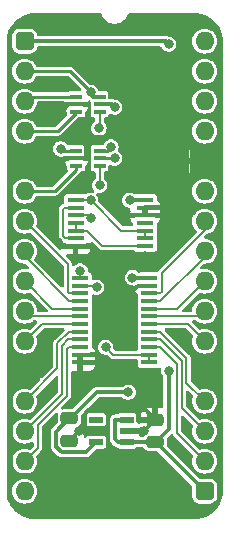
<source format=gtl>
%TF.GenerationSoftware,KiCad,Pcbnew,7.0.5*%
%TF.CreationDate,2024-02-10T20:42:25+02:00*%
%TF.ProjectId,HCP65 Main Memory Data,48435036-3520-44d6-9169-6e204d656d6f,rev?*%
%TF.SameCoordinates,Original*%
%TF.FileFunction,Copper,L1,Top*%
%TF.FilePolarity,Positive*%
%FSLAX46Y46*%
G04 Gerber Fmt 4.6, Leading zero omitted, Abs format (unit mm)*
G04 Created by KiCad (PCBNEW 7.0.5) date 2024-02-10 20:42:25*
%MOMM*%
%LPD*%
G01*
G04 APERTURE LIST*
G04 Aperture macros list*
%AMRoundRect*
0 Rectangle with rounded corners*
0 $1 Rounding radius*
0 $2 $3 $4 $5 $6 $7 $8 $9 X,Y pos of 4 corners*
0 Add a 4 corners polygon primitive as box body*
4,1,4,$2,$3,$4,$5,$6,$7,$8,$9,$2,$3,0*
0 Add four circle primitives for the rounded corners*
1,1,$1+$1,$2,$3*
1,1,$1+$1,$4,$5*
1,1,$1+$1,$6,$7*
1,1,$1+$1,$8,$9*
0 Add four rect primitives between the rounded corners*
20,1,$1+$1,$2,$3,$4,$5,0*
20,1,$1+$1,$4,$5,$6,$7,0*
20,1,$1+$1,$6,$7,$8,$9,0*
20,1,$1+$1,$8,$9,$2,$3,0*%
G04 Aperture macros list end*
%TA.AperFunction,SMDPad,CuDef*%
%ADD10R,1.000000X0.450000*%
%TD*%
%TA.AperFunction,SMDPad,CuDef*%
%ADD11R,1.150000X0.600000*%
%TD*%
%TA.AperFunction,SMDPad,CuDef*%
%ADD12R,1.475000X0.450000*%
%TD*%
%TA.AperFunction,ComponentPad*%
%ADD13RoundRect,0.400000X-0.400000X-0.400000X0.400000X-0.400000X0.400000X0.400000X-0.400000X0.400000X0*%
%TD*%
%TA.AperFunction,ComponentPad*%
%ADD14O,1.600000X1.600000*%
%TD*%
%TA.AperFunction,ComponentPad*%
%ADD15R,1.600000X1.600000*%
%TD*%
%TA.AperFunction,SMDPad,CuDef*%
%ADD16RoundRect,0.250000X0.475000X-0.250000X0.475000X0.250000X-0.475000X0.250000X-0.475000X-0.250000X0*%
%TD*%
%TA.AperFunction,SMDPad,CuDef*%
%ADD17RoundRect,0.250000X-0.475000X0.250000X-0.475000X-0.250000X0.475000X-0.250000X0.475000X0.250000X0*%
%TD*%
%TA.AperFunction,ViaPad*%
%ADD18C,0.800000*%
%TD*%
%TA.AperFunction,Conductor*%
%ADD19C,0.200000*%
%TD*%
%TA.AperFunction,Conductor*%
%ADD20C,0.250000*%
%TD*%
%TA.AperFunction,Conductor*%
%ADD21C,0.380000*%
%TD*%
G04 APERTURE END LIST*
D10*
%TO.P,IC6,1,A*%
%TO.N,/~{Main}*%
X93234000Y-67676000D03*
%TO.P,IC6,2,GND*%
%TO.N,/GND*%
X93234000Y-68326000D03*
%TO.P,IC6,3,B*%
%TO.N,/~{WD}*%
X93234000Y-68976000D03*
%TO.P,IC6,4,Y*%
%TO.N,/~{Write}*%
X95234000Y-68976000D03*
%TO.P,IC6,5,3V*%
%TO.N,/3.3V*%
X95234000Y-68326000D03*
%TO.P,IC6,6,C*%
%TO.N,/~{Main Access Slot}*%
X95234000Y-67676000D03*
%TD*%
D11*
%TO.P,IC5,1,VIN*%
%TO.N,/5V*%
X97540600Y-92364600D03*
%TO.P,IC5,2,GND*%
%TO.N,/GND*%
X97540600Y-91414600D03*
%TO.P,IC5,3,EN*%
%TO.N,/5V*%
X97540600Y-90464600D03*
%TO.P,IC5,4,ADJ*%
%TO.N,unconnected-(IC5-ADJ-Pad4)*%
X94940600Y-90464600D03*
%TO.P,IC5,5,VOUT*%
%TO.N,/3.3V*%
X94940600Y-92364600D03*
%TD*%
D12*
%TO.P,IC4,1,1A*%
%TO.N,/~{Read}*%
X93218000Y-71852000D03*
%TO.P,IC4,2,1B*%
%TO.N,/~{Read}_{3}*%
X93218000Y-72502000D03*
%TO.P,IC4,3,1Y*%
%TO.N,/~{Read}_{4}*%
X93218000Y-73152000D03*
%TO.P,IC4,4,2A*%
%TO.N,/~{Read}_{2}*%
X93218000Y-73802000D03*
%TO.P,IC4,5,2B*%
X93218000Y-74452000D03*
%TO.P,IC4,6,2Y*%
%TO.N,/~{Read}_{3}*%
X93218000Y-75102000D03*
%TO.P,IC4,7,GND*%
%TO.N,/GND*%
X93218000Y-75752000D03*
%TO.P,IC4,8,3Y*%
%TO.N,/~{Read}_{2}*%
X99094000Y-75752000D03*
%TO.P,IC4,9,3A*%
%TO.N,/~{Read}*%
X99094000Y-75102000D03*
%TO.P,IC4,10,3B*%
X99094000Y-74452000D03*
%TO.P,IC4,11,4Y*%
%TO.N,unconnected-(IC4-4Y-Pad11)*%
X99094000Y-73802000D03*
%TO.P,IC4,12,4A*%
%TO.N,/GND*%
X99094000Y-73152000D03*
%TO.P,IC4,13,4B*%
X99094000Y-72502000D03*
%TO.P,IC4,14,3V*%
%TO.N,/3.3V*%
X99094000Y-71852000D03*
%TD*%
%TO.P,IC3,1,~{LEB}*%
%TO.N,/~{Read}*%
X93582000Y-78467000D03*
%TO.P,IC3,2,~{OEA}*%
%TO.N,/~{Read}_{4}*%
X93582000Y-79117000D03*
%TO.P,IC3,3,A1*%
%TO.N,/D7*%
X93582000Y-79767000D03*
%TO.P,IC3,4,A2*%
%TO.N,/D6*%
X93582000Y-80417000D03*
%TO.P,IC3,5,A3*%
%TO.N,/D5*%
X93582000Y-81067000D03*
%TO.P,IC3,6,A4*%
%TO.N,/D4*%
X93582000Y-81717000D03*
%TO.P,IC3,7,A5*%
%TO.N,/D3*%
X93582000Y-82367000D03*
%TO.P,IC3,8,A6*%
%TO.N,/D2*%
X93582000Y-83017000D03*
%TO.P,IC3,9,A7*%
%TO.N,/D1*%
X93582000Y-83667000D03*
%TO.P,IC3,10,A8*%
%TO.N,/D0*%
X93582000Y-84317000D03*
%TO.P,IC3,11,~{CEAB}*%
%TO.N,/GND*%
X93582000Y-84967000D03*
%TO.P,IC3,12,GND*%
X93582000Y-85617000D03*
%TO.P,IC3,13,~{OEB}*%
%TO.N,/~{Write}*%
X99458000Y-85617000D03*
%TO.P,IC3,14,~{LEA}*%
X99458000Y-84967000D03*
%TO.P,IC3,15,B8*%
%TO.N,/MD0*%
X99458000Y-84317000D03*
%TO.P,IC3,16,B7*%
%TO.N,/MD1*%
X99458000Y-83667000D03*
%TO.P,IC3,17,B6*%
%TO.N,/MD2*%
X99458000Y-83017000D03*
%TO.P,IC3,18,B5*%
%TO.N,/MD3*%
X99458000Y-82367000D03*
%TO.P,IC3,19,B4*%
%TO.N,/MD4*%
X99458000Y-81717000D03*
%TO.P,IC3,20,B3*%
%TO.N,/MD5*%
X99458000Y-81067000D03*
%TO.P,IC3,21,B2*%
%TO.N,/MD6*%
X99458000Y-80417000D03*
%TO.P,IC3,22,B1*%
%TO.N,/MD7*%
X99458000Y-79767000D03*
%TO.P,IC3,23,~{CEBA}*%
%TO.N,/GND*%
X99458000Y-79117000D03*
%TO.P,IC3,24,3V*%
%TO.N,/3.3V*%
X99458000Y-78467000D03*
%TD*%
D10*
%TO.P,IC2,1,A*%
%TO.N,/~{Main}*%
X93234000Y-63104000D03*
%TO.P,IC2,2,GND*%
%TO.N,/GND*%
X93234000Y-63754000D03*
%TO.P,IC2,3,B*%
%TO.N,/~{RD}*%
X93234000Y-64404000D03*
%TO.P,IC2,4,Y*%
%TO.N,/~{Read}*%
X95234000Y-64404000D03*
%TO.P,IC2,5,3V*%
%TO.N,/3.3V*%
X95234000Y-63754000D03*
%TO.P,IC2,6,C*%
%TO.N,/~{Main Access Slot}*%
X95234000Y-63104000D03*
%TD*%
D13*
%TO.P,J5,1,Pin_1*%
%TO.N,/5V*%
X88900000Y-58420000D03*
D14*
%TO.P,J5,2,Pin_2*%
%TO.N,/~{Main Access Slot}*%
X88900000Y-60960000D03*
%TO.P,J5,3,Pin_3*%
%TO.N,/~{Main}*%
X88900000Y-63500000D03*
%TO.P,J5,4,Pin_4*%
%TO.N,/~{RD}*%
X88900000Y-66040000D03*
D15*
%TO.P,J5,5,Pin_5*%
%TO.N,/GND*%
X88900000Y-68580000D03*
D14*
%TO.P,J5,6,Pin_6*%
%TO.N,/~{WD}*%
X88900000Y-71120000D03*
%TO.P,J5,7,Pin_7*%
%TO.N,/D7*%
X88900000Y-73660000D03*
%TO.P,J5,8,Pin_8*%
%TO.N,/D6*%
X88900000Y-76200000D03*
%TO.P,J5,9,Pin_9*%
%TO.N,/D5*%
X88900000Y-78740000D03*
%TO.P,J5,10,Pin_10*%
%TO.N,/D4*%
X88900000Y-81280000D03*
%TO.P,J5,11,Pin_11*%
%TO.N,/D3*%
X88900000Y-83820000D03*
D15*
%TO.P,J5,12,Pin_12*%
%TO.N,/GND*%
X88900000Y-86360000D03*
D14*
%TO.P,J5,13,Pin_13*%
%TO.N,/D2*%
X88900000Y-88900000D03*
%TO.P,J5,14,Pin_14*%
%TO.N,/D1*%
X88900000Y-91440000D03*
%TO.P,J5,15,Pin_15*%
%TO.N,/D0*%
X88900000Y-93980000D03*
%TO.P,J5,16,Pin_16*%
%TO.N,unconnected-(J5-Pin_16-Pad16)*%
X88900000Y-96520000D03*
D13*
%TO.P,J5,17,Pin_17*%
%TO.N,/5V*%
X104140000Y-96520000D03*
D14*
%TO.P,J5,18,Pin_18*%
%TO.N,/MD0*%
X104140000Y-93980000D03*
%TO.P,J5,19,Pin_19*%
%TO.N,/MD1*%
X104140000Y-91440000D03*
%TO.P,J5,20,Pin_20*%
%TO.N,/MD2*%
X104140000Y-88900000D03*
D15*
%TO.P,J5,21,Pin_21*%
%TO.N,/GND*%
X104140000Y-86360000D03*
D14*
%TO.P,J5,22,Pin_22*%
%TO.N,/MD3*%
X104140000Y-83820000D03*
%TO.P,J5,23,Pin_23*%
%TO.N,/MD4*%
X104140000Y-81280000D03*
%TO.P,J5,24,Pin_24*%
%TO.N,/MD5*%
X104140000Y-78740000D03*
%TO.P,J5,25,Pin_25*%
%TO.N,/MD6*%
X104140000Y-76200000D03*
%TO.P,J5,26,Pin_26*%
%TO.N,/MD7*%
X104140000Y-73660000D03*
%TO.P,J5,27,Pin_27*%
%TO.N,unconnected-(J5-Pin_27-Pad27)*%
X104140000Y-71120000D03*
D15*
%TO.P,J5,28,Pin_28*%
%TO.N,/GND*%
X104140000Y-68580000D03*
D14*
%TO.P,J5,29,Pin_29*%
%TO.N,unconnected-(J5-Pin_29-Pad29)*%
X104140000Y-66040000D03*
%TO.P,J5,30,Pin_30*%
%TO.N,unconnected-(J5-Pin_30-Pad30)*%
X104140000Y-63500000D03*
%TO.P,J5,31,Pin_31*%
%TO.N,unconnected-(J5-Pin_31-Pad31)*%
X104140000Y-60960000D03*
%TO.P,J5,32,Pin_32*%
%TO.N,unconnected-(J5-Pin_32-Pad32)*%
X104140000Y-58420000D03*
%TD*%
D16*
%TO.P,C8,1*%
%TO.N,/5V*%
X99949000Y-92374000D03*
%TO.P,C8,2*%
%TO.N,/GND*%
X99949000Y-90474000D03*
%TD*%
D17*
%TO.P,C9,1*%
%TO.N,/3.3V*%
X92684600Y-90353600D03*
%TO.P,C9,2*%
%TO.N,/GND*%
X92684600Y-92253600D03*
%TD*%
D18*
%TO.N,/GND*%
X96774000Y-79502000D03*
X91694000Y-75438000D03*
X96774000Y-76576502D03*
X96774003Y-73151997D03*
%TO.N,/~{Read}_{4}*%
X94996000Y-79248000D03*
X94526293Y-73393703D03*
%TO.N,/~{Read}*%
X93581998Y-77867996D03*
%TO.N,/GND*%
X99060000Y-76576502D03*
%TO.N,/3.3V*%
X97790000Y-71882000D03*
%TO.N,/GND*%
X92163257Y-63995547D03*
%TO.N,/3.3V*%
X96519984Y-64008000D03*
%TO.N,/~{Read}*%
X95184424Y-65783000D03*
X94488000Y-71882000D03*
%TO.N,/GND*%
X91947988Y-68834000D03*
%TO.N,/~{Write}*%
X95758002Y-84328000D03*
X95250000Y-70612000D03*
%TO.N,/3.3V*%
X96520015Y-68326015D03*
%TO.N,/~{Main Access Slot}*%
X96200694Y-67378344D03*
X94488006Y-62738002D03*
%TO.N,/~{Main}*%
X91948006Y-67536000D03*
%TO.N,/5V*%
X101092000Y-58674000D03*
X101092000Y-86332000D03*
%TO.N,/GND*%
X96520000Y-85852000D03*
X99007877Y-91413802D03*
X93485100Y-91453100D03*
X92837000Y-95123000D03*
X99441000Y-86487000D03*
X103025000Y-72771000D03*
X100203000Y-95758000D03*
X99060000Y-68326000D03*
%TO.N,/3.3V*%
X98017532Y-78442615D03*
X97663000Y-88138000D03*
%TD*%
D19*
%TO.N,/~{Read}_{4}*%
X94865000Y-79117000D02*
X94996000Y-79248000D01*
X93582000Y-79117000D02*
X94865000Y-79117000D01*
D20*
%TO.N,/~{Main Access Slot}*%
X94600000Y-63104000D02*
X95234000Y-63104000D01*
X94488000Y-62992000D02*
X94600000Y-63104000D01*
X94488006Y-62991994D02*
X94488000Y-62992000D01*
X94488006Y-62738002D02*
X94488006Y-62991994D01*
X88900000Y-60960000D02*
X92710004Y-60960000D01*
X92710004Y-60960000D02*
X94488006Y-62738002D01*
D21*
%TO.N,/3.3V*%
X96265984Y-63754000D02*
X96519984Y-64008000D01*
X95234000Y-63754000D02*
X96265984Y-63754000D01*
%TO.N,/GND*%
X94114000Y-68326000D02*
X93234000Y-68326000D01*
X94124000Y-68316000D02*
X94114000Y-68326000D01*
X94124000Y-67166000D02*
X94124000Y-68316000D01*
X94717000Y-66573000D02*
X94124000Y-67166000D01*
X97307000Y-66573000D02*
X94717000Y-66573000D01*
X99060000Y-68326000D02*
X97307000Y-66573000D01*
D19*
%TO.N,/~{Read}*%
X95234000Y-65733424D02*
X95184424Y-65783000D01*
X95234000Y-64404000D02*
X95234000Y-65733424D01*
D21*
%TO.N,/GND*%
X98460376Y-79117000D02*
X98075376Y-79502000D01*
X99458000Y-79117000D02*
X98460376Y-79117000D01*
X98075376Y-79502000D02*
X96774000Y-79502000D01*
%TO.N,/3.3V*%
X98041917Y-78467000D02*
X98017532Y-78442615D01*
X99458000Y-78467000D02*
X98041917Y-78467000D01*
%TO.N,/GND*%
X93582000Y-84967000D02*
X93582000Y-85617000D01*
D19*
%TO.N,/~{Read}_{3}*%
X92280500Y-72502000D02*
X93218000Y-72502000D01*
X92180500Y-72602000D02*
X92280500Y-72502000D01*
X92180500Y-74934550D02*
X92180500Y-72602000D01*
X93218000Y-75102000D02*
X92347950Y-75102000D01*
X92347950Y-75102000D02*
X92180500Y-74934550D01*
D21*
%TO.N,/GND*%
X93218000Y-75752000D02*
X92008000Y-75752000D01*
X92008000Y-75752000D02*
X91694000Y-75438000D01*
D19*
%TO.N,/~{Write}*%
X96397002Y-84967000D02*
X95758002Y-84328000D01*
X99458000Y-84967000D02*
X96397002Y-84967000D01*
D21*
%TO.N,/GND*%
X96285000Y-85617000D02*
X96520000Y-85852000D01*
X93582000Y-85617000D02*
X96285000Y-85617000D01*
X99441000Y-86487000D02*
X97155000Y-86487000D01*
X97155000Y-86487000D02*
X96520000Y-85852000D01*
X99060000Y-76576502D02*
X96774000Y-76576502D01*
X96774000Y-76576502D02*
X95372502Y-76576502D01*
X96266000Y-72643994D02*
X96774003Y-73151997D01*
X99060000Y-68326000D02*
X96266000Y-71120000D01*
X96774006Y-73152000D02*
X96774003Y-73151997D01*
X99094000Y-73152000D02*
X96774006Y-73152000D01*
X96266000Y-71120000D02*
X96266000Y-72643994D01*
X99060000Y-68326000D02*
X99314000Y-68580000D01*
X99314000Y-68580000D02*
X104140000Y-68580000D01*
D19*
%TO.N,/~{Read}_{4}*%
X93218000Y-73152000D02*
X94284590Y-73152000D01*
X94284590Y-73152000D02*
X94526293Y-73393703D01*
%TO.N,/~{Read}_{2}*%
X93218000Y-73802000D02*
X93218000Y-74452000D01*
X94155500Y-74452000D02*
X95455500Y-75752000D01*
X95455500Y-75752000D02*
X99094000Y-75752000D01*
X93218000Y-74452000D02*
X94155500Y-74452000D01*
%TO.N,/~{Read}*%
X93582000Y-77867998D02*
X93581998Y-77867996D01*
X93582000Y-78467000D02*
X93582000Y-77867998D01*
X99094000Y-74452000D02*
X99094000Y-75102000D01*
X97058000Y-74452000D02*
X99094000Y-74452000D01*
X94488000Y-71882000D02*
X97058000Y-74452000D01*
D21*
%TO.N,/GND*%
X94548000Y-75752000D02*
X93218000Y-75752000D01*
X95372502Y-76576502D02*
X94548000Y-75752000D01*
X102644000Y-73152000D02*
X103025000Y-72771000D01*
X99094000Y-73152000D02*
X102644000Y-73152000D01*
X99094000Y-72502000D02*
X99094000Y-73152000D01*
%TO.N,/3.3V*%
X97820000Y-71852000D02*
X97790000Y-71882000D01*
X99094000Y-71852000D02*
X97820000Y-71852000D01*
%TO.N,/GND*%
X92404804Y-63754000D02*
X92163257Y-63995547D01*
X93234000Y-63754000D02*
X92404804Y-63754000D01*
D20*
%TO.N,/~{RD}*%
X91694000Y-66040000D02*
X88900000Y-66040000D01*
X93234000Y-64500000D02*
X91694000Y-66040000D01*
D19*
%TO.N,/~{Read}*%
X94458000Y-71852000D02*
X94488000Y-71882000D01*
X93218000Y-71852000D02*
X94458000Y-71852000D01*
D20*
%TO.N,/3.3V*%
X95234000Y-68326000D02*
X96520000Y-68326000D01*
%TO.N,/~{Main Access Slot}*%
X95903038Y-67676000D02*
X96200694Y-67378344D01*
%TO.N,/3.3V*%
X96520000Y-68326000D02*
X96520015Y-68326015D01*
%TO.N,/~{Main Access Slot}*%
X95234000Y-67676000D02*
X95903038Y-67676000D01*
%TO.N,/~{WD}*%
X93234000Y-69326000D02*
X93234000Y-68976000D01*
X91440000Y-71120000D02*
X93234000Y-69326000D01*
X88900000Y-71120000D02*
X91440000Y-71120000D01*
D21*
%TO.N,/GND*%
X92455988Y-68326000D02*
X91947988Y-68834000D01*
X93234000Y-68326000D02*
X92455988Y-68326000D01*
D20*
%TO.N,/~{Main}*%
X92088006Y-67676000D02*
X91948006Y-67536000D01*
X93234000Y-67676000D02*
X92088006Y-67676000D01*
D19*
%TO.N,/~{Write}*%
X95250000Y-70612000D02*
X95250000Y-68992000D01*
X99458000Y-85617000D02*
X99458000Y-84967000D01*
D20*
%TO.N,/~{Main}*%
X93234000Y-63104000D02*
X89296000Y-63104000D01*
D21*
%TO.N,/5V*%
X96575600Y-90474600D02*
X96575600Y-92130600D01*
X88900000Y-58420000D02*
X100838000Y-58420000D01*
X96809600Y-92364600D02*
X97540600Y-92364600D01*
X99949000Y-92374000D02*
X97550000Y-92374000D01*
X96575600Y-92130600D02*
X96809600Y-92364600D01*
X101092000Y-91231000D02*
X101092000Y-86332000D01*
X100838000Y-58420000D02*
X101092000Y-58674000D01*
X99994000Y-92329000D02*
X101092000Y-91231000D01*
X97540600Y-90464600D02*
X96585600Y-90464600D01*
X96585600Y-90464600D02*
X96575600Y-90474600D01*
X104140000Y-96520000D02*
X99994000Y-92374000D01*
%TO.N,/GND*%
X94292244Y-89662000D02*
X99137000Y-89662000D01*
X93485100Y-91453100D02*
X93975600Y-90962600D01*
X87710000Y-69770000D02*
X87710000Y-71772915D01*
X105330000Y-97247229D02*
X104182229Y-98395000D01*
X88312000Y-95170000D02*
X92790000Y-95170000D01*
X104140000Y-68580000D02*
X105330000Y-69770000D01*
X97540600Y-91414600D02*
X99008400Y-91414600D01*
X88900000Y-68580000D02*
X87710000Y-69770000D01*
X99008400Y-91414600D02*
X99949000Y-90474000D01*
X104182229Y-98395000D02*
X102840000Y-98395000D01*
X105330000Y-85170000D02*
X104140000Y-86360000D01*
X93975600Y-89978644D02*
X94292244Y-89662000D01*
X104140000Y-86360000D02*
X105330000Y-87550000D01*
X102840000Y-98395000D02*
X100203000Y-95758000D01*
X99137000Y-89662000D02*
X99949000Y-90474000D01*
X87710000Y-73167085D02*
X88407085Y-72470000D01*
X105330000Y-87550000D02*
X105330000Y-97247229D01*
X87710000Y-85170000D02*
X87710000Y-73167085D01*
X88900000Y-86360000D02*
X87710000Y-85170000D01*
X92790000Y-95170000D02*
X92837000Y-95123000D01*
X93975600Y-90962600D02*
X93975600Y-89978644D01*
X87710000Y-87550000D02*
X87710000Y-94568000D01*
X87710000Y-71772915D02*
X88407085Y-72470000D01*
X88900000Y-86360000D02*
X87710000Y-87550000D01*
X105330000Y-69770000D02*
X105330000Y-85170000D01*
X92684600Y-92253600D02*
X93485100Y-91453100D01*
X87710000Y-94568000D02*
X88312000Y-95170000D01*
%TO.N,/3.3V*%
X91569600Y-91468600D02*
X91569600Y-92768697D01*
X92780400Y-90353600D02*
X94996000Y-88138000D01*
X94996000Y-88138000D02*
X97663000Y-88138000D01*
X92018903Y-93218000D02*
X94087200Y-93218000D01*
X94087200Y-93218000D02*
X94940600Y-92364600D01*
X91569600Y-92768697D02*
X92018903Y-93218000D01*
X92684600Y-90353600D02*
X91569600Y-91468600D01*
D19*
%TO.N,/MD0*%
X104140000Y-93980000D02*
X101792000Y-91632000D01*
X101792000Y-91632000D02*
X101792000Y-85713500D01*
X100395500Y-84317000D02*
X99458000Y-84317000D01*
X101792000Y-85713500D02*
X100395500Y-84317000D01*
%TO.N,/MD1*%
X100395500Y-83667000D02*
X99458000Y-83667000D01*
X102192000Y-85463500D02*
X100395500Y-83667000D01*
X104140000Y-91440000D02*
X102192000Y-89492000D01*
X102192000Y-89492000D02*
X102192000Y-85463500D01*
%TO.N,/MD2*%
X102592000Y-85213500D02*
X100395500Y-83017000D01*
X100395500Y-83017000D02*
X99458000Y-83017000D01*
X102592000Y-87352000D02*
X102592000Y-85213500D01*
X104140000Y-88900000D02*
X102592000Y-87352000D01*
%TO.N,/MD3*%
X102687000Y-82367000D02*
X99458000Y-82367000D01*
X104140000Y-83820000D02*
X102687000Y-82367000D01*
%TO.N,/MD4*%
X103703000Y-81717000D02*
X99458000Y-81717000D01*
%TO.N,/MD5*%
X104140000Y-78740000D02*
X101813000Y-81067000D01*
X101813000Y-81067000D02*
X99458000Y-81067000D01*
%TO.N,/MD6*%
X104140000Y-76672500D02*
X100395500Y-80417000D01*
X100395500Y-80417000D02*
X99458000Y-80417000D01*
%TO.N,/MD7*%
X100395500Y-79767000D02*
X99458000Y-79767000D01*
X100495500Y-79667000D02*
X100395500Y-79767000D01*
X100495500Y-78066500D02*
X100495500Y-79667000D01*
X104140000Y-73660000D02*
X104140000Y-74422000D01*
X104140000Y-74422000D02*
X100495500Y-78066500D01*
%TO.N,/D0*%
X92644500Y-84317000D02*
X93582000Y-84317000D01*
X92475000Y-84486500D02*
X92644500Y-84317000D01*
X92475000Y-88430685D02*
X92475000Y-84486500D01*
X88900000Y-93980000D02*
X90000000Y-92880000D01*
X90000000Y-92880000D02*
X90000000Y-90905686D01*
X90000000Y-90905686D02*
X92475000Y-88430685D01*
%TO.N,/D1*%
X92075000Y-84201000D02*
X92609000Y-83667000D01*
X88900000Y-91440000D02*
X92075000Y-88265000D01*
X92075000Y-88265000D02*
X92075000Y-84201000D01*
X92609000Y-83667000D02*
X93582000Y-83667000D01*
%TO.N,/D2*%
X88900000Y-88900000D02*
X91675000Y-86125000D01*
X91675000Y-86125000D02*
X91675000Y-83986500D01*
X92644500Y-83017000D02*
X93582000Y-83017000D01*
X91675000Y-83986500D02*
X92644500Y-83017000D01*
%TO.N,/D3*%
X88900000Y-83820000D02*
X90353000Y-82367000D01*
X90353000Y-82367000D02*
X93582000Y-82367000D01*
%TO.N,/D4*%
X89337000Y-81717000D02*
X93582000Y-81717000D01*
%TO.N,/D5*%
X91227000Y-81067000D02*
X93582000Y-81067000D01*
X88900000Y-78740000D02*
X91227000Y-81067000D01*
%TO.N,/D6*%
X92669500Y-80417000D02*
X93582000Y-80417000D01*
X88900000Y-76647500D02*
X92669500Y-80417000D01*
%TO.N,/D7*%
X92644500Y-79767000D02*
X93582000Y-79767000D01*
X92544500Y-79667000D02*
X92644500Y-79767000D01*
X92544500Y-77304500D02*
X92544500Y-79667000D01*
X88900000Y-73660000D02*
X92544500Y-77304500D01*
%TD*%
%TA.AperFunction,Conductor*%
%TO.N,/GND*%
G36*
X90170000Y-57979500D02*
G01*
X90058733Y-57979500D01*
X89991694Y-57959815D01*
X89945939Y-57907011D01*
X89939657Y-57890095D01*
X89901746Y-57759606D01*
X89901744Y-57759603D01*
X89901744Y-57759602D01*
X89818081Y-57618135D01*
X89818079Y-57618133D01*
X89818076Y-57618129D01*
X89701870Y-57501923D01*
X89701862Y-57501917D01*
X89560396Y-57418255D01*
X89560393Y-57418254D01*
X89402573Y-57372402D01*
X89402567Y-57372401D01*
X89365701Y-57369500D01*
X89365694Y-57369500D01*
X88434306Y-57369500D01*
X88434298Y-57369500D01*
X88397432Y-57372401D01*
X88397426Y-57372402D01*
X88239606Y-57418254D01*
X88239603Y-57418255D01*
X88098137Y-57501917D01*
X88098129Y-57501923D01*
X87981923Y-57618129D01*
X87981917Y-57618137D01*
X87898255Y-57759603D01*
X87898254Y-57759606D01*
X87852402Y-57917426D01*
X87852401Y-57917432D01*
X87849500Y-57954298D01*
X87849500Y-58885701D01*
X87852401Y-58922567D01*
X87852402Y-58922573D01*
X87898254Y-59080393D01*
X87898255Y-59080396D01*
X87981917Y-59221862D01*
X87981923Y-59221870D01*
X88098129Y-59338076D01*
X88098133Y-59338079D01*
X88098135Y-59338081D01*
X88239602Y-59421744D01*
X88281224Y-59433836D01*
X88397426Y-59467597D01*
X88397429Y-59467597D01*
X88397431Y-59467598D01*
X88434306Y-59470500D01*
X88434314Y-59470500D01*
X89365686Y-59470500D01*
X89365694Y-59470500D01*
X89402569Y-59467598D01*
X89402571Y-59467597D01*
X89402573Y-59467597D01*
X89444191Y-59455505D01*
X89560398Y-59421744D01*
X89701865Y-59338081D01*
X89818081Y-59221865D01*
X89901744Y-59080398D01*
X89901745Y-59080394D01*
X89901746Y-59080393D01*
X89939657Y-58949905D01*
X89977263Y-58891019D01*
X90040736Y-58861813D01*
X90058733Y-58860500D01*
X90170000Y-58860500D01*
X90170000Y-60584500D01*
X89964764Y-60584500D01*
X89897725Y-60564815D01*
X89855406Y-60518954D01*
X89843167Y-60496058D01*
X89777685Y-60373550D01*
X89725702Y-60310209D01*
X89646410Y-60213589D01*
X89486452Y-60082317D01*
X89486453Y-60082317D01*
X89486450Y-60082315D01*
X89303954Y-59984768D01*
X89105934Y-59924700D01*
X89105932Y-59924699D01*
X89105934Y-59924699D01*
X88918463Y-59906235D01*
X88900000Y-59904417D01*
X88899999Y-59904417D01*
X88694067Y-59924699D01*
X88496043Y-59984769D01*
X88385898Y-60043643D01*
X88313550Y-60082315D01*
X88313548Y-60082316D01*
X88313547Y-60082317D01*
X88153589Y-60213589D01*
X88022317Y-60373547D01*
X87924769Y-60556043D01*
X87864699Y-60754067D01*
X87844417Y-60960000D01*
X87864699Y-61165932D01*
X87864700Y-61165934D01*
X87924768Y-61363954D01*
X88022315Y-61546450D01*
X88022317Y-61546452D01*
X88153589Y-61706410D01*
X88250209Y-61785702D01*
X88313550Y-61837685D01*
X88496046Y-61935232D01*
X88694066Y-61995300D01*
X88694065Y-61995300D01*
X88714347Y-61997297D01*
X88900000Y-62015583D01*
X89105934Y-61995300D01*
X89303954Y-61935232D01*
X89486450Y-61837685D01*
X89646410Y-61706410D01*
X89777685Y-61546450D01*
X89855405Y-61401046D01*
X89904369Y-61351202D01*
X89964764Y-61335500D01*
X90170000Y-61335500D01*
X90170000Y-62728500D01*
X89660206Y-62728500D01*
X89593167Y-62708815D01*
X89581542Y-62700354D01*
X89486450Y-62622315D01*
X89486444Y-62622310D01*
X89303958Y-62524769D01*
X89204943Y-62494733D01*
X89105934Y-62464700D01*
X89105932Y-62464699D01*
X89105934Y-62464699D01*
X88918463Y-62446235D01*
X88900000Y-62444417D01*
X88899999Y-62444417D01*
X88694067Y-62464699D01*
X88496043Y-62524769D01*
X88385898Y-62583643D01*
X88313550Y-62622315D01*
X88313548Y-62622316D01*
X88313547Y-62622317D01*
X88153589Y-62753589D01*
X88022317Y-62913547D01*
X87924769Y-63096043D01*
X87864699Y-63294067D01*
X87844417Y-63499999D01*
X87864699Y-63705932D01*
X87864700Y-63705934D01*
X87924768Y-63903954D01*
X88022315Y-64086450D01*
X88022317Y-64086452D01*
X88153589Y-64246410D01*
X88250209Y-64325702D01*
X88313550Y-64377685D01*
X88496046Y-64475232D01*
X88694066Y-64535300D01*
X88694065Y-64535300D01*
X88712529Y-64537118D01*
X88900000Y-64555583D01*
X89105934Y-64535300D01*
X89303954Y-64475232D01*
X89486450Y-64377685D01*
X89646410Y-64246410D01*
X89777685Y-64086450D01*
X89875232Y-63903954D01*
X89935300Y-63705934D01*
X89946586Y-63591345D01*
X89972747Y-63526559D01*
X90029781Y-63486200D01*
X90069989Y-63479500D01*
X90170000Y-63479500D01*
X90170000Y-65664500D01*
X89964764Y-65664500D01*
X89897725Y-65644815D01*
X89855406Y-65598954D01*
X89843167Y-65576058D01*
X89777685Y-65453550D01*
X89725702Y-65390209D01*
X89646410Y-65293589D01*
X89486452Y-65162317D01*
X89486453Y-65162317D01*
X89486450Y-65162315D01*
X89303954Y-65064768D01*
X89105934Y-65004700D01*
X89105932Y-65004699D01*
X89105934Y-65004699D01*
X88900000Y-64984417D01*
X88694067Y-65004699D01*
X88496043Y-65064769D01*
X88385898Y-65123643D01*
X88313550Y-65162315D01*
X88313548Y-65162316D01*
X88313547Y-65162317D01*
X88153589Y-65293589D01*
X88022317Y-65453547D01*
X87924769Y-65636043D01*
X87864699Y-65834067D01*
X87844417Y-66040000D01*
X87864699Y-66245932D01*
X87864700Y-66245934D01*
X87924768Y-66443954D01*
X88022315Y-66626450D01*
X88022317Y-66626452D01*
X88153589Y-66786410D01*
X88250209Y-66865702D01*
X88313550Y-66917685D01*
X88496046Y-67015232D01*
X88694066Y-67075300D01*
X88694065Y-67075300D01*
X88714348Y-67077297D01*
X88900000Y-67095583D01*
X89105934Y-67075300D01*
X89303954Y-67015232D01*
X89486450Y-66917685D01*
X89646410Y-66786410D01*
X89777685Y-66626450D01*
X89855405Y-66481046D01*
X89904369Y-66431202D01*
X89964764Y-66415500D01*
X90170000Y-66415500D01*
X90170000Y-70744500D01*
X89964764Y-70744500D01*
X89897725Y-70724815D01*
X89855406Y-70678954D01*
X89843167Y-70656058D01*
X89777685Y-70533550D01*
X89725702Y-70470209D01*
X89646410Y-70373589D01*
X89486452Y-70242317D01*
X89486453Y-70242317D01*
X89486450Y-70242315D01*
X89303954Y-70144768D01*
X89105934Y-70084700D01*
X89105932Y-70084699D01*
X89105934Y-70084699D01*
X88900000Y-70064417D01*
X88694067Y-70084699D01*
X88496043Y-70144769D01*
X88385898Y-70203643D01*
X88313550Y-70242315D01*
X88313548Y-70242316D01*
X88313547Y-70242317D01*
X88153589Y-70373589D01*
X88022317Y-70533547D01*
X87924769Y-70716043D01*
X87864699Y-70914067D01*
X87844417Y-71120000D01*
X87864699Y-71325932D01*
X87864700Y-71325934D01*
X87924768Y-71523954D01*
X88022315Y-71706450D01*
X88022317Y-71706452D01*
X88153589Y-71866410D01*
X88250209Y-71945702D01*
X88313550Y-71997685D01*
X88496046Y-72095232D01*
X88694066Y-72155300D01*
X88694065Y-72155300D01*
X88714347Y-72157297D01*
X88900000Y-72175583D01*
X89105934Y-72155300D01*
X89303954Y-72095232D01*
X89486450Y-71997685D01*
X89646410Y-71866410D01*
X89777685Y-71706450D01*
X89855405Y-71561046D01*
X89904369Y-71511202D01*
X89964764Y-71495500D01*
X90170000Y-71495500D01*
X90170000Y-74434318D01*
X89910191Y-74174509D01*
X89876706Y-74113186D01*
X89879210Y-74050837D01*
X89935300Y-73865934D01*
X89955583Y-73660000D01*
X89935300Y-73454066D01*
X89875232Y-73256046D01*
X89777685Y-73073550D01*
X89725702Y-73010209D01*
X89646410Y-72913589D01*
X89486452Y-72782317D01*
X89486453Y-72782317D01*
X89486450Y-72782315D01*
X89303954Y-72684768D01*
X89105934Y-72624700D01*
X89105932Y-72624699D01*
X89105934Y-72624699D01*
X88918463Y-72606235D01*
X88900000Y-72604417D01*
X88899999Y-72604417D01*
X88694067Y-72624699D01*
X88496043Y-72684769D01*
X88385898Y-72743643D01*
X88313550Y-72782315D01*
X88313548Y-72782316D01*
X88313547Y-72782317D01*
X88153589Y-72913589D01*
X88022317Y-73073547D01*
X87924769Y-73256043D01*
X87864699Y-73454067D01*
X87844417Y-73659999D01*
X87864699Y-73865932D01*
X87864700Y-73865934D01*
X87924768Y-74063954D01*
X88022315Y-74246450D01*
X88022317Y-74246452D01*
X88153589Y-74406410D01*
X88187596Y-74434318D01*
X88313550Y-74537685D01*
X88496046Y-74635232D01*
X88694066Y-74695300D01*
X88694065Y-74695300D01*
X88712529Y-74697118D01*
X88900000Y-74715583D01*
X89105934Y-74695300D01*
X89290836Y-74639210D01*
X89360699Y-74638588D01*
X89414509Y-74670191D01*
X90170000Y-75425682D01*
X90170000Y-77421818D01*
X89747597Y-76999415D01*
X89714112Y-76938092D01*
X89719096Y-76868400D01*
X89739424Y-76833070D01*
X89777685Y-76786450D01*
X89875232Y-76603954D01*
X89935300Y-76405934D01*
X89955583Y-76200000D01*
X89935300Y-75994066D01*
X89875232Y-75796046D01*
X89777685Y-75613550D01*
X89725702Y-75550209D01*
X89646410Y-75453589D01*
X89486452Y-75322317D01*
X89486453Y-75322317D01*
X89486450Y-75322315D01*
X89303954Y-75224768D01*
X89105934Y-75164700D01*
X89105932Y-75164699D01*
X89105934Y-75164699D01*
X88900000Y-75144417D01*
X88694067Y-75164699D01*
X88496043Y-75224769D01*
X88385898Y-75283643D01*
X88313550Y-75322315D01*
X88313548Y-75322316D01*
X88313547Y-75322317D01*
X88153589Y-75453589D01*
X88022317Y-75613547D01*
X87924769Y-75796043D01*
X87864699Y-75994067D01*
X87844417Y-76200000D01*
X87864699Y-76405932D01*
X87864700Y-76405934D01*
X87924768Y-76603954D01*
X88022315Y-76786450D01*
X88056969Y-76828677D01*
X88153589Y-76946410D01*
X88218177Y-76999415D01*
X88313550Y-77077685D01*
X88496046Y-77175232D01*
X88694066Y-77235300D01*
X88694065Y-77235300D01*
X88714348Y-77237297D01*
X88900000Y-77255583D01*
X88943957Y-77251253D01*
X89012603Y-77264271D01*
X89043793Y-77286975D01*
X89266308Y-77509490D01*
X89299793Y-77570813D01*
X89294809Y-77640505D01*
X89252937Y-77696438D01*
X89187473Y-77720855D01*
X89142633Y-77715832D01*
X89105933Y-77704699D01*
X89105934Y-77704699D01*
X88918463Y-77686235D01*
X88900000Y-77684417D01*
X88899999Y-77684417D01*
X88694067Y-77704699D01*
X88496043Y-77764769D01*
X88385898Y-77823643D01*
X88313550Y-77862315D01*
X88313548Y-77862316D01*
X88313547Y-77862317D01*
X88153589Y-77993589D01*
X88022317Y-78153547D01*
X87924769Y-78336043D01*
X87864699Y-78534067D01*
X87844417Y-78740000D01*
X87864699Y-78945932D01*
X87864700Y-78945934D01*
X87924768Y-79143954D01*
X88022315Y-79326450D01*
X88022317Y-79326452D01*
X88153589Y-79486410D01*
X88187596Y-79514318D01*
X88313550Y-79617685D01*
X88496046Y-79715232D01*
X88694066Y-79775300D01*
X88694065Y-79775300D01*
X88714347Y-79777297D01*
X88900000Y-79795583D01*
X89105934Y-79775300D01*
X89290836Y-79719210D01*
X89360699Y-79718588D01*
X89414509Y-79750191D01*
X90170000Y-80505682D01*
X90170000Y-81366500D01*
X90076490Y-81366500D01*
X90009451Y-81346815D01*
X89963696Y-81294011D01*
X89953087Y-81254654D01*
X89935300Y-81074067D01*
X89935300Y-81074066D01*
X89875232Y-80876046D01*
X89777685Y-80693550D01*
X89725702Y-80630209D01*
X89646410Y-80533589D01*
X89486452Y-80402317D01*
X89486453Y-80402317D01*
X89486450Y-80402315D01*
X89303954Y-80304768D01*
X89105934Y-80244700D01*
X89105932Y-80244699D01*
X89105934Y-80244699D01*
X88918463Y-80226235D01*
X88900000Y-80224417D01*
X88899999Y-80224417D01*
X88694067Y-80244699D01*
X88496043Y-80304769D01*
X88385898Y-80363643D01*
X88313550Y-80402315D01*
X88313548Y-80402316D01*
X88313547Y-80402317D01*
X88153589Y-80533589D01*
X88022317Y-80693547D01*
X87924769Y-80876043D01*
X87864699Y-81074067D01*
X87844417Y-81280000D01*
X87864699Y-81485932D01*
X87864700Y-81485934D01*
X87924768Y-81683954D01*
X88022315Y-81866450D01*
X88022317Y-81866452D01*
X88153589Y-82026410D01*
X88222606Y-82083050D01*
X88313550Y-82157685D01*
X88496046Y-82255232D01*
X88694066Y-82315300D01*
X88694065Y-82315300D01*
X88714347Y-82317297D01*
X88900000Y-82335583D01*
X89105934Y-82315300D01*
X89303954Y-82255232D01*
X89486450Y-82157685D01*
X89562043Y-82095647D01*
X89626354Y-82068334D01*
X89640709Y-82067500D01*
X89857455Y-82067500D01*
X89924494Y-82087185D01*
X89970249Y-82139989D01*
X89980193Y-82209147D01*
X89951168Y-82272703D01*
X89945136Y-82279181D01*
X89414508Y-82809808D01*
X89353185Y-82843293D01*
X89290833Y-82840788D01*
X89105934Y-82784700D01*
X89105932Y-82784699D01*
X89105934Y-82784699D01*
X88918463Y-82766235D01*
X88900000Y-82764417D01*
X88899999Y-82764417D01*
X88694067Y-82784699D01*
X88518692Y-82837898D01*
X88500909Y-82843293D01*
X88496043Y-82844769D01*
X88385898Y-82903643D01*
X88313550Y-82942315D01*
X88313548Y-82942316D01*
X88313547Y-82942317D01*
X88153589Y-83073589D01*
X88022317Y-83233547D01*
X87924769Y-83416043D01*
X87864699Y-83614067D01*
X87844417Y-83820000D01*
X87864699Y-84025932D01*
X87864700Y-84025934D01*
X87924768Y-84223954D01*
X88022315Y-84406450D01*
X88022317Y-84406452D01*
X88153589Y-84566410D01*
X88250209Y-84645702D01*
X88313550Y-84697685D01*
X88496046Y-84795232D01*
X88694066Y-84855300D01*
X88694065Y-84855300D01*
X88714347Y-84857297D01*
X88900000Y-84875583D01*
X89105934Y-84855300D01*
X89303954Y-84795232D01*
X89486450Y-84697685D01*
X89646410Y-84566410D01*
X89777685Y-84406450D01*
X89875232Y-84223954D01*
X89935300Y-84025934D01*
X89955583Y-83820000D01*
X89935300Y-83614066D01*
X89879210Y-83429163D01*
X89878588Y-83359298D01*
X89910189Y-83305491D01*
X90170000Y-83045681D01*
X90170000Y-87134316D01*
X89414508Y-87889808D01*
X89353185Y-87923293D01*
X89290833Y-87920788D01*
X89105934Y-87864700D01*
X89105932Y-87864699D01*
X89105934Y-87864699D01*
X88900000Y-87844417D01*
X88694067Y-87864699D01*
X88544872Y-87909957D01*
X88500909Y-87923293D01*
X88496043Y-87924769D01*
X88400569Y-87975802D01*
X88313550Y-88022315D01*
X88313548Y-88022316D01*
X88313547Y-88022317D01*
X88153589Y-88153589D01*
X88022317Y-88313547D01*
X88022315Y-88313550D01*
X87983862Y-88385489D01*
X87924769Y-88496043D01*
X87864699Y-88694067D01*
X87844417Y-88900000D01*
X87864699Y-89105932D01*
X87864700Y-89105934D01*
X87924768Y-89303954D01*
X88022315Y-89486450D01*
X88022317Y-89486452D01*
X88153589Y-89646410D01*
X88250209Y-89725702D01*
X88313550Y-89777685D01*
X88496046Y-89875232D01*
X88694066Y-89935300D01*
X88694065Y-89935300D01*
X88714347Y-89937297D01*
X88900000Y-89955583D01*
X89105934Y-89935300D01*
X89303954Y-89875232D01*
X89486450Y-89777685D01*
X89646410Y-89646410D01*
X89777685Y-89486450D01*
X89875232Y-89303954D01*
X89935300Y-89105934D01*
X89955583Y-88900000D01*
X89935300Y-88694066D01*
X89879210Y-88509163D01*
X89878588Y-88439298D01*
X89910189Y-88385491D01*
X90170000Y-88125681D01*
X90170000Y-89674316D01*
X89414508Y-90429808D01*
X89353185Y-90463293D01*
X89290833Y-90460788D01*
X89105934Y-90404700D01*
X89105932Y-90404699D01*
X89105934Y-90404699D01*
X88900000Y-90384417D01*
X88694067Y-90404699D01*
X88518692Y-90457898D01*
X88500909Y-90463293D01*
X88496043Y-90464769D01*
X88385898Y-90523643D01*
X88313550Y-90562315D01*
X88313548Y-90562316D01*
X88313547Y-90562317D01*
X88153589Y-90693589D01*
X88022317Y-90853547D01*
X87924769Y-91036043D01*
X87864699Y-91234067D01*
X87844417Y-91439999D01*
X87864699Y-91645932D01*
X87864700Y-91645934D01*
X87924768Y-91843954D01*
X88022315Y-92026450D01*
X88022317Y-92026452D01*
X88153589Y-92186410D01*
X88250209Y-92265702D01*
X88313550Y-92317685D01*
X88496046Y-92415232D01*
X88694066Y-92475300D01*
X88694065Y-92475300D01*
X88712529Y-92477118D01*
X88900000Y-92495583D01*
X89105934Y-92475300D01*
X89303954Y-92415232D01*
X89467048Y-92328055D01*
X89535449Y-92313814D01*
X89600693Y-92338814D01*
X89642064Y-92395118D01*
X89649500Y-92437414D01*
X89649500Y-92683455D01*
X89629815Y-92750494D01*
X89613181Y-92771136D01*
X89414508Y-92969808D01*
X89353185Y-93003293D01*
X89290833Y-93000788D01*
X89105934Y-92944700D01*
X89105932Y-92944699D01*
X89105934Y-92944699D01*
X88918463Y-92926235D01*
X88900000Y-92924417D01*
X88899999Y-92924417D01*
X88694067Y-92944699D01*
X88518692Y-92997898D01*
X88500909Y-93003293D01*
X88496043Y-93004769D01*
X88385897Y-93063643D01*
X88313550Y-93102315D01*
X88313548Y-93102316D01*
X88313547Y-93102317D01*
X88153589Y-93233589D01*
X88022317Y-93393547D01*
X87924769Y-93576043D01*
X87864699Y-93774067D01*
X87844417Y-93979999D01*
X87864699Y-94185932D01*
X87864700Y-94185934D01*
X87924768Y-94383954D01*
X88022315Y-94566450D01*
X88022317Y-94566452D01*
X88153589Y-94726410D01*
X88250209Y-94805702D01*
X88313550Y-94857685D01*
X88496046Y-94955232D01*
X88694066Y-95015300D01*
X88694065Y-95015300D01*
X88712529Y-95017118D01*
X88900000Y-95035583D01*
X89105934Y-95015300D01*
X89303954Y-94955232D01*
X89486450Y-94857685D01*
X89646410Y-94726410D01*
X89777685Y-94566450D01*
X89875232Y-94383954D01*
X89935300Y-94185934D01*
X89955583Y-93980000D01*
X89935300Y-93774066D01*
X89879210Y-93589163D01*
X89878588Y-93519297D01*
X89910189Y-93465490D01*
X90170000Y-93205680D01*
X90170000Y-98883232D01*
X89737604Y-98883232D01*
X89733861Y-98883119D01*
X89454615Y-98866232D01*
X89447175Y-98865328D01*
X89173860Y-98815245D01*
X89166584Y-98813451D01*
X88901288Y-98730784D01*
X88894282Y-98728127D01*
X88640890Y-98614087D01*
X88634255Y-98610605D01*
X88396457Y-98466854D01*
X88390295Y-98462601D01*
X88171549Y-98291227D01*
X88165950Y-98286266D01*
X87969456Y-98089775D01*
X87964490Y-98084171D01*
X87793120Y-97865435D01*
X87788863Y-97859268D01*
X87765633Y-97820842D01*
X87645098Y-97621454D01*
X87641632Y-97614851D01*
X87527577Y-97361432D01*
X87524930Y-97354455D01*
X87442254Y-97089142D01*
X87440463Y-97081873D01*
X87390375Y-96808551D01*
X87389471Y-96801112D01*
X87372613Y-96522411D01*
X87372540Y-96520000D01*
X87844417Y-96520000D01*
X87846632Y-96542497D01*
X87864699Y-96725932D01*
X87864700Y-96725934D01*
X87924768Y-96923954D01*
X88022315Y-97106450D01*
X88022317Y-97106452D01*
X88153589Y-97266410D01*
X88250209Y-97345702D01*
X88313550Y-97397685D01*
X88496046Y-97495232D01*
X88694066Y-97555300D01*
X88694065Y-97555300D01*
X88714348Y-97557297D01*
X88900000Y-97575583D01*
X89105934Y-97555300D01*
X89303954Y-97495232D01*
X89486450Y-97397685D01*
X89646410Y-97266410D01*
X89777685Y-97106450D01*
X89875232Y-96923954D01*
X89935300Y-96725934D01*
X89955583Y-96520000D01*
X89935300Y-96314066D01*
X89875232Y-96116046D01*
X89777685Y-95933550D01*
X89725702Y-95870209D01*
X89646410Y-95773589D01*
X89486452Y-95642317D01*
X89486453Y-95642317D01*
X89486450Y-95642315D01*
X89303954Y-95544768D01*
X89105934Y-95484700D01*
X89105932Y-95484699D01*
X89105934Y-95484699D01*
X88918463Y-95466235D01*
X88900000Y-95464417D01*
X88899999Y-95464417D01*
X88694067Y-95484699D01*
X88496043Y-95544769D01*
X88385897Y-95603643D01*
X88313550Y-95642315D01*
X88313548Y-95642316D01*
X88313547Y-95642317D01*
X88153589Y-95773589D01*
X88022317Y-95933547D01*
X87924769Y-96116043D01*
X87864699Y-96314067D01*
X87848767Y-96475830D01*
X87844417Y-96520000D01*
X87372540Y-96520000D01*
X87372500Y-96518667D01*
X87372500Y-58421877D01*
X87372613Y-58418133D01*
X87382230Y-58259149D01*
X87389504Y-58138883D01*
X87390408Y-58131452D01*
X87440495Y-57858135D01*
X87442288Y-57850859D01*
X87470724Y-57759606D01*
X87524962Y-57585550D01*
X87527605Y-57578583D01*
X87641658Y-57325169D01*
X87645130Y-57318554D01*
X87788893Y-57080745D01*
X87793145Y-57074586D01*
X87826244Y-57032339D01*
X87964521Y-56855843D01*
X87969480Y-56850247D01*
X88165967Y-56653762D01*
X88171576Y-56648793D01*
X88350737Y-56508431D01*
X88390319Y-56477420D01*
X88396461Y-56473181D01*
X88634287Y-56329413D01*
X88640892Y-56325946D01*
X88894301Y-56211899D01*
X88901297Y-56209247D01*
X89166594Y-56126580D01*
X89173861Y-56124788D01*
X89447180Y-56074703D01*
X89454610Y-56073801D01*
X89734389Y-56056881D01*
X89738133Y-56056768D01*
X89790799Y-56056768D01*
X89791059Y-56056744D01*
X90170000Y-56056585D01*
X90170000Y-57979500D01*
G37*
%TD.AperFunction*%
%TD*%
%TA.AperFunction,Conductor*%
%TO.N,/GND*%
G36*
X102870000Y-56056584D02*
G01*
X102870000Y-67609352D01*
X102846403Y-67672620D01*
X102846401Y-67672627D01*
X102840000Y-67732155D01*
X102840000Y-67732172D01*
X102839999Y-68330000D01*
X102870000Y-68330000D01*
X102870000Y-68830000D01*
X102840000Y-68830000D01*
X102840000Y-69427844D01*
X102846401Y-69487371D01*
X102846403Y-69487379D01*
X102870000Y-69550646D01*
X102870000Y-75196316D01*
X100282455Y-77783861D01*
X100262606Y-77799982D01*
X100254831Y-77805062D01*
X100234643Y-77830998D01*
X100229567Y-77836748D01*
X100227134Y-77839181D01*
X100227124Y-77839194D01*
X100215195Y-77855901D01*
X100213664Y-77857953D01*
X100182983Y-77897372D01*
X100179475Y-77903853D01*
X100171755Y-77919652D01*
X100168631Y-77918125D01*
X100140512Y-77961519D01*
X100076847Y-77990304D01*
X100059664Y-77991500D01*
X98695823Y-77991500D01*
X98622758Y-78006033D01*
X98614628Y-78009401D01*
X98545159Y-78016867D01*
X98484954Y-77987654D01*
X98389772Y-77903332D01*
X98389770Y-77903330D01*
X98249897Y-77829918D01*
X98096518Y-77792115D01*
X98096517Y-77792115D01*
X97938547Y-77792115D01*
X97938546Y-77792115D01*
X97785166Y-77829918D01*
X97645294Y-77903330D01*
X97645291Y-77903332D01*
X97645292Y-77903332D01*
X97529367Y-78006032D01*
X97527048Y-78008086D01*
X97437313Y-78138090D01*
X97437312Y-78138091D01*
X97381294Y-78285796D01*
X97362254Y-78442614D01*
X97362254Y-78442615D01*
X97381294Y-78599433D01*
X97434605Y-78740000D01*
X97437312Y-78747138D01*
X97527049Y-78877145D01*
X97645292Y-78981898D01*
X97645294Y-78981899D01*
X97785166Y-79055311D01*
X97938546Y-79093115D01*
X98096500Y-79093115D01*
X98163539Y-79112800D01*
X98209294Y-79165604D01*
X98220500Y-79217115D01*
X98220500Y-79389844D01*
X98226901Y-79449372D01*
X98226903Y-79449379D01*
X98277145Y-79584086D01*
X98277147Y-79584088D01*
X98363309Y-79699186D01*
X98363310Y-79699187D01*
X98420311Y-79741858D01*
X98462182Y-79797792D01*
X98470000Y-79841125D01*
X98469999Y-80016673D01*
X98480171Y-80067810D01*
X98480171Y-80116190D01*
X98470000Y-80167326D01*
X98470000Y-80666673D01*
X98480171Y-80717810D01*
X98480171Y-80766190D01*
X98470000Y-80817326D01*
X98470000Y-81316673D01*
X98480171Y-81367810D01*
X98480171Y-81416190D01*
X98470000Y-81467326D01*
X98470000Y-81966673D01*
X98480171Y-82017809D01*
X98480171Y-82066188D01*
X98470000Y-82117325D01*
X98470000Y-82616673D01*
X98480171Y-82667810D01*
X98480171Y-82716190D01*
X98470000Y-82767326D01*
X98470000Y-83266676D01*
X98480171Y-83317807D01*
X98480171Y-83366190D01*
X98470000Y-83417321D01*
X98470000Y-83916676D01*
X98480171Y-83967807D01*
X98480171Y-84016190D01*
X98470000Y-84067321D01*
X98470000Y-84492500D01*
X98450315Y-84559539D01*
X98397511Y-84605294D01*
X98346000Y-84616500D01*
X96593546Y-84616500D01*
X96526507Y-84596815D01*
X96505865Y-84580181D01*
X96438691Y-84513007D01*
X96405206Y-84451684D01*
X96403276Y-84410384D01*
X96413280Y-84328000D01*
X96394239Y-84171182D01*
X96338222Y-84023477D01*
X96248485Y-83893470D01*
X96130242Y-83788717D01*
X96130240Y-83788716D01*
X96130239Y-83788715D01*
X95990367Y-83715303D01*
X95836988Y-83677500D01*
X95836987Y-83677500D01*
X95679017Y-83677500D01*
X95679016Y-83677500D01*
X95525636Y-83715303D01*
X95385764Y-83788715D01*
X95267518Y-83893471D01*
X95177783Y-84023475D01*
X95177782Y-84023476D01*
X95121764Y-84171181D01*
X95102724Y-84327999D01*
X95102724Y-84328000D01*
X95121764Y-84484818D01*
X95157931Y-84580181D01*
X95177782Y-84632523D01*
X95267519Y-84762530D01*
X95385762Y-84867283D01*
X95385764Y-84867284D01*
X95525636Y-84940696D01*
X95679016Y-84978500D01*
X95679017Y-84978500D01*
X95836988Y-84978500D01*
X95844433Y-84977596D01*
X95844839Y-84980941D01*
X95899461Y-84983221D01*
X95947277Y-85012957D01*
X96114364Y-85180044D01*
X96130491Y-85199902D01*
X96135565Y-85207669D01*
X96135567Y-85207671D01*
X96161507Y-85227860D01*
X96167270Y-85232950D01*
X96169695Y-85235375D01*
X96169697Y-85235377D01*
X96186392Y-85247297D01*
X96188447Y-85248829D01*
X96189754Y-85249846D01*
X96227876Y-85279517D01*
X96227880Y-85279518D01*
X96234348Y-85283018D01*
X96240932Y-85286237D01*
X96240935Y-85286239D01*
X96288844Y-85300502D01*
X96291246Y-85301272D01*
X96338514Y-85317500D01*
X96338516Y-85317500D01*
X96345756Y-85318708D01*
X96353048Y-85319617D01*
X96402952Y-85317552D01*
X96405513Y-85317500D01*
X98346000Y-85317500D01*
X98413039Y-85337185D01*
X98458794Y-85389989D01*
X98470000Y-85441500D01*
X98470000Y-85866678D01*
X98484532Y-85939735D01*
X98484533Y-85939739D01*
X98484534Y-85939740D01*
X98539899Y-86022601D01*
X98619571Y-86075835D01*
X98622760Y-86077966D01*
X98622764Y-86077967D01*
X98695821Y-86092499D01*
X98695824Y-86092500D01*
X98695826Y-86092500D01*
X100220176Y-86092500D01*
X100220177Y-86092499D01*
X100237511Y-86089051D01*
X100303957Y-86075835D01*
X100373548Y-86082062D01*
X100428725Y-86124925D01*
X100451970Y-86190815D01*
X100451244Y-86212398D01*
X100436722Y-86331999D01*
X100436722Y-86332000D01*
X100455762Y-86488818D01*
X100486492Y-86569844D01*
X100511780Y-86636523D01*
X100601517Y-86766530D01*
X100609723Y-86773800D01*
X100646852Y-86832987D01*
X100651500Y-86866618D01*
X100651500Y-89354822D01*
X100631815Y-89421861D01*
X100579011Y-89467616D01*
X100514898Y-89478180D01*
X100473988Y-89474000D01*
X100199000Y-89474000D01*
X100199000Y-90600000D01*
X100179315Y-90667039D01*
X100126511Y-90712794D01*
X100075000Y-90724000D01*
X98724001Y-90724000D01*
X98722516Y-90725484D01*
X98704316Y-90787469D01*
X98651512Y-90833224D01*
X98582354Y-90843168D01*
X98518798Y-90814143D01*
X98500735Y-90794742D01*
X98472789Y-90757411D01*
X98472785Y-90757407D01*
X98415788Y-90714739D01*
X98373918Y-90658805D01*
X98366100Y-90615473D01*
X98366100Y-90224000D01*
X98724000Y-90224000D01*
X99699000Y-90224000D01*
X99699000Y-89474000D01*
X99424029Y-89474000D01*
X99424012Y-89474001D01*
X99321302Y-89484494D01*
X99154880Y-89539641D01*
X99154875Y-89539643D01*
X99005654Y-89631684D01*
X98881684Y-89755654D01*
X98789643Y-89904875D01*
X98789641Y-89904880D01*
X98734494Y-90071302D01*
X98734493Y-90071309D01*
X98724000Y-90174013D01*
X98724000Y-90224000D01*
X98366100Y-90224000D01*
X98366100Y-90139923D01*
X98366099Y-90139921D01*
X98351567Y-90066864D01*
X98351566Y-90066860D01*
X98332894Y-90038915D01*
X98296201Y-89983999D01*
X98213340Y-89928634D01*
X98213339Y-89928633D01*
X98213335Y-89928632D01*
X98140277Y-89914100D01*
X98140274Y-89914100D01*
X96940926Y-89914100D01*
X96940923Y-89914100D01*
X96867864Y-89928632D01*
X96867860Y-89928633D01*
X96784997Y-89984000D01*
X96781213Y-89987785D01*
X96719888Y-90021267D01*
X96693535Y-90024100D01*
X96613827Y-90024100D01*
X96606888Y-90023710D01*
X96592625Y-90022103D01*
X96568942Y-90019434D01*
X96512947Y-90030030D01*
X96510662Y-90030418D01*
X96454292Y-90038915D01*
X96446358Y-90041362D01*
X96438467Y-90044123D01*
X96388095Y-90070745D01*
X96386027Y-90071789D01*
X96334651Y-90096531D01*
X96327806Y-90101197D01*
X96321065Y-90106173D01*
X96284080Y-90143157D01*
X96278894Y-90147792D01*
X96249042Y-90171599D01*
X96249040Y-90171601D01*
X96248790Y-90171969D01*
X96242596Y-90179193D01*
X96243099Y-90179594D01*
X96237310Y-90186853D01*
X96231108Y-90197593D01*
X96228646Y-90201512D01*
X96216931Y-90218697D01*
X96215588Y-90220590D01*
X96181747Y-90266444D01*
X96177848Y-90273821D01*
X96174240Y-90281315D01*
X96157441Y-90335772D01*
X96156717Y-90337972D01*
X96137890Y-90391778D01*
X96136345Y-90399940D01*
X96135100Y-90408205D01*
X96135100Y-90465195D01*
X96135057Y-90467479D01*
X96134234Y-90489469D01*
X96132924Y-90524477D01*
X96133965Y-90533710D01*
X96133113Y-90533805D01*
X96135099Y-90548919D01*
X96135100Y-92102371D01*
X96134710Y-92109319D01*
X96130434Y-92147256D01*
X96136328Y-92178405D01*
X96141038Y-92203298D01*
X96141421Y-92205552D01*
X96149915Y-92261905D01*
X96152381Y-92269901D01*
X96155121Y-92277730D01*
X96181745Y-92328104D01*
X96182790Y-92330174D01*
X96207530Y-92381548D01*
X96212186Y-92388378D01*
X96217169Y-92395128D01*
X96217171Y-92395132D01*
X96257476Y-92435437D01*
X96259059Y-92437081D01*
X96297850Y-92478887D01*
X96305116Y-92484681D01*
X96304578Y-92485354D01*
X96316672Y-92494633D01*
X96478155Y-92656116D01*
X96482791Y-92661304D01*
X96491220Y-92671873D01*
X96506599Y-92691157D01*
X96553721Y-92723284D01*
X96555570Y-92724596D01*
X96569420Y-92734818D01*
X96601441Y-92758451D01*
X96608816Y-92762348D01*
X96616313Y-92765959D01*
X96616315Y-92765960D01*
X96670806Y-92782767D01*
X96672967Y-92783479D01*
X96726241Y-92802121D01*
X96775481Y-92837440D01*
X96776360Y-92836562D01*
X96781694Y-92841895D01*
X96783016Y-92842844D01*
X96783990Y-92844192D01*
X96784996Y-92845197D01*
X96784999Y-92845201D01*
X96867016Y-92900002D01*
X96867860Y-92900566D01*
X96867864Y-92900567D01*
X96940921Y-92915099D01*
X96940924Y-92915100D01*
X96940926Y-92915100D01*
X98140276Y-92915100D01*
X98140277Y-92915099D01*
X98213340Y-92900566D01*
X98296201Y-92845201D01*
X98296201Y-92845199D01*
X98306356Y-92838415D01*
X98308212Y-92841192D01*
X98351906Y-92817334D01*
X98378264Y-92814500D01*
X98929334Y-92814500D01*
X98996373Y-92834185D01*
X99028601Y-92864189D01*
X99030203Y-92866329D01*
X99030204Y-92866331D01*
X99116454Y-92981546D01*
X99147475Y-93004768D01*
X99231664Y-93067793D01*
X99231671Y-93067797D01*
X99249206Y-93074337D01*
X99366517Y-93118091D01*
X99426127Y-93124500D01*
X100070176Y-93124499D01*
X100137215Y-93144183D01*
X100157856Y-93160817D01*
X102870000Y-95872961D01*
X102870000Y-98883232D01*
X90170000Y-98883232D01*
X90170000Y-93205679D01*
X90213043Y-93162636D01*
X90232894Y-93146516D01*
X90240669Y-93141437D01*
X90260864Y-93115488D01*
X90265942Y-93109737D01*
X90268375Y-93107306D01*
X90280301Y-93090600D01*
X90281804Y-93088584D01*
X90312517Y-93049126D01*
X90312519Y-93049117D01*
X90316017Y-93042655D01*
X90319241Y-93036063D01*
X90322295Y-93025804D01*
X90333506Y-92988144D01*
X90334264Y-92985777D01*
X90350500Y-92938488D01*
X90350500Y-92938481D01*
X90351706Y-92931256D01*
X90352617Y-92923952D01*
X90350553Y-92874050D01*
X90350500Y-92871488D01*
X90350500Y-91102228D01*
X90370185Y-91035189D01*
X90386814Y-91014552D01*
X91504341Y-89897025D01*
X91565663Y-89863541D01*
X91635355Y-89868525D01*
X91691288Y-89910397D01*
X91715705Y-89975861D01*
X91715311Y-89997958D01*
X91709100Y-90055727D01*
X91709100Y-90055732D01*
X91709100Y-90055733D01*
X91709100Y-90654775D01*
X91689415Y-90721814D01*
X91672781Y-90742456D01*
X91278081Y-91137157D01*
X91272894Y-91141792D01*
X91243043Y-91165598D01*
X91243041Y-91165600D01*
X91210931Y-91212696D01*
X91209591Y-91214584D01*
X91175748Y-91260441D01*
X91171848Y-91267821D01*
X91168240Y-91275315D01*
X91151441Y-91329772D01*
X91150717Y-91331972D01*
X91131890Y-91385778D01*
X91130346Y-91393932D01*
X91129099Y-91402207D01*
X91129099Y-91459198D01*
X91129056Y-91461478D01*
X91128413Y-91478702D01*
X91126924Y-91518476D01*
X91127965Y-91527711D01*
X91127108Y-91527807D01*
X91129100Y-91542920D01*
X91129100Y-92740468D01*
X91128710Y-92747416D01*
X91124434Y-92785353D01*
X91128171Y-92805100D01*
X91135038Y-92841395D01*
X91135421Y-92843649D01*
X91143915Y-92900002D01*
X91146381Y-92907998D01*
X91149121Y-92915827D01*
X91175745Y-92966201D01*
X91176790Y-92968271D01*
X91201530Y-93019645D01*
X91206186Y-93026475D01*
X91211169Y-93033225D01*
X91211171Y-93033229D01*
X91251476Y-93073534D01*
X91253059Y-93075178D01*
X91291850Y-93116984D01*
X91299116Y-93122778D01*
X91298578Y-93123451D01*
X91310672Y-93132730D01*
X91687458Y-93509516D01*
X91692094Y-93514704D01*
X91715902Y-93544557D01*
X91763002Y-93576669D01*
X91764885Y-93578006D01*
X91810745Y-93611852D01*
X91810749Y-93611853D01*
X91818126Y-93615752D01*
X91825616Y-93619359D01*
X91825618Y-93619360D01*
X91853582Y-93627985D01*
X91880087Y-93636161D01*
X91882273Y-93636880D01*
X91936084Y-93655710D01*
X91936089Y-93655710D01*
X91944259Y-93657256D01*
X91952507Y-93658499D01*
X91952508Y-93658500D01*
X92009499Y-93658500D01*
X92011780Y-93658542D01*
X92068780Y-93660675D01*
X92078013Y-93659635D01*
X92078109Y-93660489D01*
X92093223Y-93658500D01*
X94058972Y-93658500D01*
X94065912Y-93658889D01*
X94095851Y-93662263D01*
X94103856Y-93663165D01*
X94103856Y-93663164D01*
X94103857Y-93663165D01*
X94159904Y-93652559D01*
X94162171Y-93652175D01*
X94218506Y-93643685D01*
X94226477Y-93641226D01*
X94234327Y-93638479D01*
X94234327Y-93638478D01*
X94234331Y-93638478D01*
X94284729Y-93611840D01*
X94286775Y-93610808D01*
X94338146Y-93586070D01*
X94338148Y-93586067D01*
X94345004Y-93581393D01*
X94351732Y-93576429D01*
X94352115Y-93576046D01*
X94392037Y-93536122D01*
X94393660Y-93534558D01*
X94435487Y-93495750D01*
X94435489Y-93495746D01*
X94441282Y-93488482D01*
X94441958Y-93489021D01*
X94451231Y-93476928D01*
X94976741Y-92951419D01*
X95038065Y-92917934D01*
X95064423Y-92915100D01*
X95540276Y-92915100D01*
X95540277Y-92915099D01*
X95613340Y-92900566D01*
X95696201Y-92845201D01*
X95751566Y-92762340D01*
X95766100Y-92689274D01*
X95766100Y-92039926D01*
X95766100Y-92039923D01*
X95766099Y-92039921D01*
X95751567Y-91966864D01*
X95751566Y-91966860D01*
X95729276Y-91933500D01*
X95696201Y-91883999D01*
X95613340Y-91828634D01*
X95613339Y-91828633D01*
X95613335Y-91828632D01*
X95540277Y-91814100D01*
X95540274Y-91814100D01*
X94340926Y-91814100D01*
X94340923Y-91814100D01*
X94267864Y-91828632D01*
X94267860Y-91828633D01*
X94184998Y-91883999D01*
X94131392Y-91964228D01*
X94077780Y-92009033D01*
X94008455Y-92017740D01*
X93945428Y-91987586D01*
X93908708Y-91928143D01*
X93904932Y-91907938D01*
X93899105Y-91850903D01*
X93843958Y-91684480D01*
X93843956Y-91684475D01*
X93751915Y-91535254D01*
X93627945Y-91411284D01*
X93478724Y-91319243D01*
X93478719Y-91319241D01*
X93386459Y-91288669D01*
X93329014Y-91248896D01*
X93302191Y-91184380D01*
X93314506Y-91115604D01*
X93362049Y-91064404D01*
X93382133Y-91054780D01*
X93392625Y-91050867D01*
X93401931Y-91047396D01*
X93517146Y-90961146D01*
X93603396Y-90845931D01*
X93624526Y-90789278D01*
X94115100Y-90789278D01*
X94129632Y-90862335D01*
X94129633Y-90862339D01*
X94129634Y-90862340D01*
X94184999Y-90945201D01*
X94267860Y-91000566D01*
X94267864Y-91000567D01*
X94340921Y-91015099D01*
X94340924Y-91015100D01*
X94340926Y-91015100D01*
X95540276Y-91015100D01*
X95540277Y-91015099D01*
X95613340Y-91000566D01*
X95696201Y-90945201D01*
X95751566Y-90862340D01*
X95766100Y-90789274D01*
X95766100Y-90139926D01*
X95766100Y-90139923D01*
X95766099Y-90139921D01*
X95751567Y-90066864D01*
X95751566Y-90066860D01*
X95732894Y-90038915D01*
X95696201Y-89983999D01*
X95613340Y-89928634D01*
X95613339Y-89928633D01*
X95613335Y-89928632D01*
X95540277Y-89914100D01*
X95540274Y-89914100D01*
X94340926Y-89914100D01*
X94340923Y-89914100D01*
X94267864Y-89928632D01*
X94267860Y-89928633D01*
X94184999Y-89983999D01*
X94129633Y-90066860D01*
X94129632Y-90066864D01*
X94115100Y-90139921D01*
X94115100Y-90789278D01*
X93624526Y-90789278D01*
X93653691Y-90711083D01*
X93660100Y-90651473D01*
X93660099Y-90148221D01*
X93679783Y-90081183D01*
X93696413Y-90060546D01*
X95142141Y-88614819D01*
X95203465Y-88581334D01*
X95229823Y-88578500D01*
X97132229Y-88578500D01*
X97199268Y-88598185D01*
X97214454Y-88609682D01*
X97290760Y-88677283D01*
X97290762Y-88677284D01*
X97430634Y-88750696D01*
X97584014Y-88788500D01*
X97584015Y-88788500D01*
X97741985Y-88788500D01*
X97895365Y-88750696D01*
X97983901Y-88704228D01*
X98035240Y-88677283D01*
X98153483Y-88572530D01*
X98243220Y-88442523D01*
X98299237Y-88294818D01*
X98318278Y-88138000D01*
X98304232Y-88022315D01*
X98299237Y-87981181D01*
X98277842Y-87924768D01*
X98243220Y-87833477D01*
X98153483Y-87703470D01*
X98035240Y-87598717D01*
X98035238Y-87598716D01*
X98035237Y-87598715D01*
X97895365Y-87525303D01*
X97741986Y-87487500D01*
X97741985Y-87487500D01*
X97584015Y-87487500D01*
X97584014Y-87487500D01*
X97430634Y-87525303D01*
X97290762Y-87598715D01*
X97214456Y-87666316D01*
X97151222Y-87696037D01*
X97132229Y-87697500D01*
X95024228Y-87697500D01*
X95017289Y-87697110D01*
X95004073Y-87695621D01*
X94979344Y-87692834D01*
X94923317Y-87703434D01*
X94921034Y-87703822D01*
X94864692Y-87712315D01*
X94856714Y-87714776D01*
X94848868Y-87717522D01*
X94798493Y-87744145D01*
X94796426Y-87745188D01*
X94745053Y-87769929D01*
X94738197Y-87774603D01*
X94731464Y-87779573D01*
X94691185Y-87819852D01*
X94689517Y-87821459D01*
X94647710Y-87860251D01*
X94641919Y-87867514D01*
X94641249Y-87866980D01*
X94631968Y-87879069D01*
X92944256Y-89566781D01*
X92882933Y-89600266D01*
X92856575Y-89603100D01*
X92161729Y-89603100D01*
X92161720Y-89603101D01*
X92103959Y-89609310D01*
X92035200Y-89596902D01*
X91984064Y-89549291D01*
X91966786Y-89481591D01*
X91988853Y-89415297D01*
X92003019Y-89398346D01*
X92688046Y-88713319D01*
X92707902Y-88697196D01*
X92715669Y-88692122D01*
X92735873Y-88666162D01*
X92740941Y-88660424D01*
X92743375Y-88657992D01*
X92755333Y-88641240D01*
X92756800Y-88639274D01*
X92787517Y-88599811D01*
X92787519Y-88599803D01*
X92791006Y-88593360D01*
X92794234Y-88586757D01*
X92794239Y-88586751D01*
X92808501Y-88538840D01*
X92809259Y-88536475D01*
X92825500Y-88489173D01*
X92825500Y-88489166D01*
X92826705Y-88481946D01*
X92827617Y-88474637D01*
X92825553Y-88424736D01*
X92825500Y-88422174D01*
X92825500Y-86466000D01*
X92845185Y-86398961D01*
X92897989Y-86353206D01*
X92949500Y-86342000D01*
X93356999Y-86342000D01*
X93356999Y-85842000D01*
X93807000Y-85842000D01*
X93807000Y-86342000D01*
X94367328Y-86342000D01*
X94367344Y-86341999D01*
X94426872Y-86335598D01*
X94426879Y-86335596D01*
X94561586Y-86285354D01*
X94561593Y-86285350D01*
X94676687Y-86199190D01*
X94676690Y-86199187D01*
X94762850Y-86084093D01*
X94762854Y-86084086D01*
X94813096Y-85949379D01*
X94813098Y-85949372D01*
X94819499Y-85889844D01*
X94819500Y-85889827D01*
X94819500Y-85842000D01*
X93807000Y-85842000D01*
X93356999Y-85842000D01*
X93357000Y-85192000D01*
X93807000Y-85192000D01*
X93807000Y-85392000D01*
X94819500Y-85392000D01*
X94819500Y-85344179D01*
X94819499Y-85344168D01*
X94815315Y-85305258D01*
X94815315Y-85278742D01*
X94819499Y-85239831D01*
X94819500Y-85239820D01*
X94819500Y-85192000D01*
X93807000Y-85192000D01*
X93357000Y-85192000D01*
X93357000Y-84916500D01*
X93376685Y-84849461D01*
X93429489Y-84803706D01*
X93481000Y-84792500D01*
X94344176Y-84792500D01*
X94417240Y-84777966D01*
X94439794Y-84762897D01*
X94506472Y-84742020D01*
X94508683Y-84742000D01*
X94819500Y-84742000D01*
X94819500Y-84694172D01*
X94819499Y-84694155D01*
X94813098Y-84634627D01*
X94813096Y-84634620D01*
X94762854Y-84499913D01*
X94762850Y-84499906D01*
X94676691Y-84384814D01*
X94676685Y-84384807D01*
X94619688Y-84342139D01*
X94577818Y-84286205D01*
X94570000Y-84242873D01*
X94570000Y-84067323D01*
X94569999Y-84067321D01*
X94559829Y-84016190D01*
X94559829Y-83967807D01*
X94570000Y-83916676D01*
X94570000Y-83417323D01*
X94569999Y-83417321D01*
X94559829Y-83366190D01*
X94559829Y-83317807D01*
X94570000Y-83266676D01*
X94570000Y-82767326D01*
X94566280Y-82748625D01*
X94559828Y-82716188D01*
X94559828Y-82667810D01*
X94570000Y-82616674D01*
X94570000Y-82117326D01*
X94559828Y-82066188D01*
X94559828Y-82017809D01*
X94570000Y-81966674D01*
X94570000Y-81467326D01*
X94559828Y-81416188D01*
X94559828Y-81367810D01*
X94570000Y-81316674D01*
X94570000Y-80817326D01*
X94559828Y-80766188D01*
X94559828Y-80717810D01*
X94570000Y-80666674D01*
X94570000Y-80167326D01*
X94559828Y-80116188D01*
X94559828Y-80067810D01*
X94570000Y-80016674D01*
X94570000Y-79964189D01*
X94589685Y-79897150D01*
X94642489Y-79851395D01*
X94711647Y-79841451D01*
X94751625Y-79854392D01*
X94763635Y-79860696D01*
X94865888Y-79885898D01*
X94917014Y-79898500D01*
X94917015Y-79898500D01*
X95074985Y-79898500D01*
X95228365Y-79860696D01*
X95265654Y-79841125D01*
X95368240Y-79787283D01*
X95486483Y-79682530D01*
X95576220Y-79552523D01*
X95632237Y-79404818D01*
X95651278Y-79248000D01*
X95641274Y-79165604D01*
X95632237Y-79091181D01*
X95610992Y-79035163D01*
X95576220Y-78943477D01*
X95486483Y-78813470D01*
X95368240Y-78708717D01*
X95368238Y-78708716D01*
X95368237Y-78708715D01*
X95228365Y-78635303D01*
X95074986Y-78597500D01*
X95074985Y-78597500D01*
X94917015Y-78597500D01*
X94917014Y-78597500D01*
X94763634Y-78635303D01*
X94763633Y-78635304D01*
X94751624Y-78641607D01*
X94683116Y-78655331D01*
X94618063Y-78629838D01*
X94577120Y-78573222D01*
X94570000Y-78531810D01*
X94570000Y-78217323D01*
X94569999Y-78217321D01*
X94555467Y-78144264D01*
X94555466Y-78144260D01*
X94551343Y-78138090D01*
X94500101Y-78061399D01*
X94433453Y-78016867D01*
X94417239Y-78006033D01*
X94417235Y-78006032D01*
X94338200Y-77990311D01*
X94338702Y-77987783D01*
X94284319Y-77965814D01*
X94243969Y-77908773D01*
X94238413Y-77875413D01*
X94238180Y-77875442D01*
X94237539Y-77870164D01*
X94237276Y-77868584D01*
X94237276Y-77867996D01*
X94233153Y-77834042D01*
X94218235Y-77711178D01*
X94162218Y-77563473D01*
X94072481Y-77433466D01*
X93954238Y-77328713D01*
X93954236Y-77328712D01*
X93954235Y-77328711D01*
X93814363Y-77255299D01*
X93660984Y-77217496D01*
X93660983Y-77217496D01*
X93503013Y-77217496D01*
X93503012Y-77217496D01*
X93349632Y-77255299D01*
X93209759Y-77328711D01*
X93209757Y-77328713D01*
X93105498Y-77421077D01*
X93042265Y-77450798D01*
X92973001Y-77441614D01*
X92919699Y-77396441D01*
X92899279Y-77329622D01*
X92899378Y-77323128D01*
X92899540Y-77319192D01*
X92899542Y-77319185D01*
X92897974Y-77306606D01*
X92895477Y-77286568D01*
X92895000Y-77278891D01*
X92895000Y-77275463D01*
X92894999Y-77275457D01*
X92891682Y-77255583D01*
X92891619Y-77255206D01*
X92891253Y-77252688D01*
X92889918Y-77241984D01*
X92885073Y-77203107D01*
X92885072Y-77203104D01*
X92882981Y-77196079D01*
X92880591Y-77189116D01*
X92856817Y-77145188D01*
X92855657Y-77142937D01*
X92842449Y-77115918D01*
X92833700Y-77098019D01*
X92829419Y-77092024D01*
X92824920Y-77086244D01*
X92824918Y-77086242D01*
X92788142Y-77052387D01*
X92786320Y-77050638D01*
X92424363Y-76688681D01*
X92390878Y-76627358D01*
X92395862Y-76557666D01*
X92437734Y-76501733D01*
X92503198Y-76477316D01*
X92512044Y-76477000D01*
X92993000Y-76477000D01*
X92993000Y-75977000D01*
X93443000Y-75977000D01*
X93443000Y-76477000D01*
X94003328Y-76477000D01*
X94003344Y-76476999D01*
X94062872Y-76470598D01*
X94062879Y-76470596D01*
X94197586Y-76420354D01*
X94197593Y-76420350D01*
X94312687Y-76334190D01*
X94312690Y-76334187D01*
X94398850Y-76219093D01*
X94398854Y-76219086D01*
X94449096Y-76084379D01*
X94449098Y-76084372D01*
X94455499Y-76024844D01*
X94455500Y-76024827D01*
X94455500Y-75977000D01*
X93443000Y-75977000D01*
X92993000Y-75977000D01*
X91980500Y-75977000D01*
X91967386Y-75990113D01*
X91960815Y-76012494D01*
X91908011Y-76058249D01*
X91838853Y-76068193D01*
X91775297Y-76039168D01*
X91768819Y-76033136D01*
X90655550Y-74919867D01*
X91825457Y-74919867D01*
X91829523Y-74952487D01*
X91830000Y-74960164D01*
X91830000Y-74963590D01*
X91832732Y-74979970D01*
X91833376Y-74983826D01*
X91833745Y-74986358D01*
X91839927Y-75035943D01*
X91842020Y-75042976D01*
X91844407Y-75049929D01*
X91844408Y-75049931D01*
X91852108Y-75064159D01*
X91868191Y-75093880D01*
X91869364Y-75096158D01*
X91891302Y-75141034D01*
X91891304Y-75141036D01*
X91895571Y-75147014D01*
X91900082Y-75152809D01*
X91936841Y-75186648D01*
X91938690Y-75188422D01*
X91980262Y-75229994D01*
X92013747Y-75291317D01*
X92008764Y-75361006D01*
X91986903Y-75419621D01*
X91986901Y-75419627D01*
X91980500Y-75479155D01*
X91980500Y-75527000D01*
X92291317Y-75527000D01*
X92358356Y-75546685D01*
X92360206Y-75547897D01*
X92382759Y-75562966D01*
X92455823Y-75577500D01*
X92455826Y-75577500D01*
X93980176Y-75577500D01*
X94053240Y-75562966D01*
X94075794Y-75547897D01*
X94142472Y-75527020D01*
X94144683Y-75527000D01*
X94455500Y-75527000D01*
X94463832Y-75518667D01*
X94475185Y-75480005D01*
X94527989Y-75434250D01*
X94597147Y-75424306D01*
X94660703Y-75453331D01*
X94667181Y-75459363D01*
X95172862Y-75965044D01*
X95188989Y-75984902D01*
X95194063Y-75992669D01*
X95194065Y-75992671D01*
X95205633Y-76001674D01*
X95219534Y-76012494D01*
X95220005Y-76012860D01*
X95225768Y-76017950D01*
X95228194Y-76020376D01*
X95244899Y-76032303D01*
X95246932Y-76033818D01*
X95286374Y-76064517D01*
X95286375Y-76064517D01*
X95286376Y-76064518D01*
X95292832Y-76068012D01*
X95299431Y-76071238D01*
X95299434Y-76071240D01*
X95347352Y-76085505D01*
X95349747Y-76086273D01*
X95397012Y-76102500D01*
X95397014Y-76102500D01*
X95404254Y-76103708D01*
X95411547Y-76104617D01*
X95461462Y-76102552D01*
X95464021Y-76102500D01*
X98072803Y-76102500D01*
X98139842Y-76122185D01*
X98167186Y-76149046D01*
X98167266Y-76148967D01*
X98175896Y-76157597D01*
X98175899Y-76157601D01*
X98258760Y-76212966D01*
X98258763Y-76212966D01*
X98258764Y-76212967D01*
X98331821Y-76227499D01*
X98331824Y-76227500D01*
X98331826Y-76227500D01*
X99856176Y-76227500D01*
X99856177Y-76227499D01*
X99929240Y-76212966D01*
X100012101Y-76157601D01*
X100067466Y-76074740D01*
X100082000Y-76001674D01*
X100082000Y-75502326D01*
X100071828Y-75451188D01*
X100071828Y-75402811D01*
X100082000Y-75351674D01*
X100082000Y-74852326D01*
X100071828Y-74801188D01*
X100071828Y-74752811D01*
X100082000Y-74701674D01*
X100082000Y-74202326D01*
X100071828Y-74151188D01*
X100071828Y-74102811D01*
X100082000Y-74051674D01*
X100082000Y-73876125D01*
X100101685Y-73809086D01*
X100131689Y-73776858D01*
X100188689Y-73734187D01*
X100188690Y-73734186D01*
X100274852Y-73619088D01*
X100274854Y-73619086D01*
X100325096Y-73484379D01*
X100325098Y-73484372D01*
X100331499Y-73424844D01*
X100331500Y-73424827D01*
X100331500Y-73377000D01*
X100020683Y-73377000D01*
X99953644Y-73357315D01*
X99951794Y-73356103D01*
X99929240Y-73341033D01*
X99856176Y-73326500D01*
X99856174Y-73326500D01*
X98331826Y-73326500D01*
X98331824Y-73326500D01*
X98258759Y-73341033D01*
X98236206Y-73356103D01*
X98169528Y-73376980D01*
X98167317Y-73377000D01*
X97856500Y-73377000D01*
X97856500Y-73424844D01*
X97862901Y-73484372D01*
X97862903Y-73484379D01*
X97913145Y-73619086D01*
X97913147Y-73619088D01*
X97999309Y-73734186D01*
X97999310Y-73734187D01*
X98056311Y-73776858D01*
X98098182Y-73832792D01*
X98106000Y-73876125D01*
X98106000Y-73977500D01*
X98086315Y-74044539D01*
X98033511Y-74090294D01*
X97982000Y-74101500D01*
X97254544Y-74101500D01*
X97187505Y-74081815D01*
X97166863Y-74065181D01*
X95168689Y-72067007D01*
X95135204Y-72005684D01*
X95133274Y-71964384D01*
X95143278Y-71882000D01*
X97134722Y-71882000D01*
X97153762Y-72038818D01*
X97203372Y-72169627D01*
X97209780Y-72186523D01*
X97299517Y-72316530D01*
X97417760Y-72421283D01*
X97417762Y-72421284D01*
X97557634Y-72494696D01*
X97711014Y-72532500D01*
X97732500Y-72532500D01*
X97799539Y-72552185D01*
X97845294Y-72604989D01*
X97856500Y-72656500D01*
X97856500Y-72774835D01*
X97860683Y-72813748D01*
X97860683Y-72840252D01*
X97856500Y-72879164D01*
X97856500Y-72927000D01*
X98869000Y-72927000D01*
X98869000Y-72727000D01*
X99319000Y-72727000D01*
X99319000Y-72927000D01*
X100331500Y-72927000D01*
X100331500Y-72879179D01*
X100331499Y-72879168D01*
X100327315Y-72840258D01*
X100327315Y-72813742D01*
X100331499Y-72774831D01*
X100331500Y-72774820D01*
X100331500Y-72727000D01*
X99319000Y-72727000D01*
X98869000Y-72727000D01*
X98869000Y-72451500D01*
X98888685Y-72384461D01*
X98941489Y-72338706D01*
X98993000Y-72327500D01*
X99856176Y-72327500D01*
X99929240Y-72312966D01*
X99951794Y-72297897D01*
X100018472Y-72277020D01*
X100020683Y-72277000D01*
X100331500Y-72277000D01*
X100331500Y-72229172D01*
X100331499Y-72229155D01*
X100325098Y-72169627D01*
X100325096Y-72169620D01*
X100274854Y-72034913D01*
X100274850Y-72034906D01*
X100188691Y-71919814D01*
X100188685Y-71919807D01*
X100131688Y-71877139D01*
X100089818Y-71821205D01*
X100082000Y-71777873D01*
X100082000Y-71602323D01*
X100081999Y-71602321D01*
X100067467Y-71529264D01*
X100067466Y-71529260D01*
X100063921Y-71523954D01*
X100012101Y-71446399D01*
X99953171Y-71407024D01*
X99929239Y-71391033D01*
X99929235Y-71391032D01*
X99856177Y-71376500D01*
X99856174Y-71376500D01*
X98331826Y-71376500D01*
X98331821Y-71376500D01*
X98284831Y-71385847D01*
X98215239Y-71379620D01*
X98178412Y-71357044D01*
X98162240Y-71342717D01*
X98162238Y-71342715D01*
X98022365Y-71269303D01*
X97868986Y-71231500D01*
X97868985Y-71231500D01*
X97711015Y-71231500D01*
X97711014Y-71231500D01*
X97557634Y-71269303D01*
X97417762Y-71342715D01*
X97299516Y-71447471D01*
X97209781Y-71577475D01*
X97209780Y-71577476D01*
X97153762Y-71725181D01*
X97134722Y-71881999D01*
X97134722Y-71882000D01*
X95143278Y-71882000D01*
X95124237Y-71725182D01*
X95068220Y-71577477D01*
X94978483Y-71447470D01*
X94978482Y-71447469D01*
X94974222Y-71441297D01*
X94975404Y-71440480D01*
X94949203Y-71384730D01*
X94958390Y-71315466D01*
X95003565Y-71262166D01*
X95070386Y-71241749D01*
X95101409Y-71245344D01*
X95171015Y-71262500D01*
X95171017Y-71262500D01*
X95328985Y-71262500D01*
X95482365Y-71224696D01*
X95570318Y-71178534D01*
X95622240Y-71151283D01*
X95740483Y-71046530D01*
X95830220Y-70916523D01*
X95886237Y-70768818D01*
X95905278Y-70612000D01*
X95886237Y-70455182D01*
X95830220Y-70307477D01*
X95740483Y-70177470D01*
X95642272Y-70090463D01*
X95605147Y-70031276D01*
X95600500Y-69997649D01*
X95600500Y-69575500D01*
X95620185Y-69508461D01*
X95672989Y-69462706D01*
X95724500Y-69451500D01*
X95758676Y-69451500D01*
X95758677Y-69451499D01*
X95831740Y-69436966D01*
X95914601Y-69381601D01*
X95969966Y-69298740D01*
X95984500Y-69225674D01*
X95984500Y-68984725D01*
X96004185Y-68917686D01*
X96056989Y-68871931D01*
X96126147Y-68861987D01*
X96166122Y-68874927D01*
X96287650Y-68938711D01*
X96364340Y-68957613D01*
X96441029Y-68976515D01*
X96441030Y-68976515D01*
X96599000Y-68976515D01*
X96752380Y-68938711D01*
X96810532Y-68908190D01*
X96892255Y-68865298D01*
X97010498Y-68760545D01*
X97100235Y-68630538D01*
X97156252Y-68482833D01*
X97175293Y-68326015D01*
X97156252Y-68169197D01*
X97149540Y-68151500D01*
X97122424Y-68080000D01*
X97100235Y-68021492D01*
X97010498Y-67891485D01*
X96892255Y-67786732D01*
X96888569Y-67784797D01*
X96863815Y-67771805D01*
X96813603Y-67723220D01*
X96797629Y-67655200D01*
X96805499Y-67618041D01*
X96836931Y-67535162D01*
X96855972Y-67378344D01*
X96837063Y-67222609D01*
X96836931Y-67221525D01*
X96791400Y-67101471D01*
X96780914Y-67073821D01*
X96691177Y-66943814D01*
X96572934Y-66839061D01*
X96572932Y-66839060D01*
X96572931Y-66839059D01*
X96433059Y-66765647D01*
X96279680Y-66727844D01*
X96279679Y-66727844D01*
X96121709Y-66727844D01*
X96121708Y-66727844D01*
X95968328Y-66765647D01*
X95828456Y-66839059D01*
X95710210Y-66943815D01*
X95620475Y-67073818D01*
X95602782Y-67120472D01*
X95560604Y-67176174D01*
X95495006Y-67200231D01*
X95486840Y-67200500D01*
X94709323Y-67200500D01*
X94636264Y-67215032D01*
X94636260Y-67215033D01*
X94553399Y-67270399D01*
X94498033Y-67353260D01*
X94498032Y-67353264D01*
X94483500Y-67426321D01*
X94483500Y-67925673D01*
X94493671Y-67976809D01*
X94493671Y-68025188D01*
X94483500Y-68076325D01*
X94483500Y-68575673D01*
X94493671Y-68626810D01*
X94493671Y-68675190D01*
X94483500Y-68726326D01*
X94483500Y-69225678D01*
X94498032Y-69298735D01*
X94498033Y-69298739D01*
X94498034Y-69298740D01*
X94553399Y-69381601D01*
X94622608Y-69427844D01*
X94636260Y-69436966D01*
X94636264Y-69436967D01*
X94709321Y-69451499D01*
X94709324Y-69451500D01*
X94709326Y-69451500D01*
X94775500Y-69451500D01*
X94842539Y-69471185D01*
X94888294Y-69523989D01*
X94899500Y-69575500D01*
X94899500Y-69997649D01*
X94879815Y-70064688D01*
X94857728Y-70090462D01*
X94759517Y-70177470D01*
X94759516Y-70177471D01*
X94669781Y-70307475D01*
X94669780Y-70307476D01*
X94613762Y-70455181D01*
X94594722Y-70611999D01*
X94594722Y-70612000D01*
X94613762Y-70768818D01*
X94669780Y-70916523D01*
X94669781Y-70916524D01*
X94763778Y-71052703D01*
X94762595Y-71053519D01*
X94788796Y-71109271D01*
X94779608Y-71178534D01*
X94734432Y-71231834D01*
X94667612Y-71252250D01*
X94636584Y-71248654D01*
X94566986Y-71231500D01*
X94566985Y-71231500D01*
X94409015Y-71231500D01*
X94409014Y-71231500D01*
X94255634Y-71269303D01*
X94115764Y-71342714D01*
X94115756Y-71342719D01*
X94105814Y-71351527D01*
X94042580Y-71381245D01*
X93999400Y-71380324D01*
X93980176Y-71376500D01*
X93980174Y-71376500D01*
X92455826Y-71376500D01*
X92455823Y-71376500D01*
X92382764Y-71391032D01*
X92382760Y-71391033D01*
X92299899Y-71446399D01*
X92244533Y-71529260D01*
X92244532Y-71529264D01*
X92230000Y-71602321D01*
X92230000Y-72056908D01*
X92210315Y-72123947D01*
X92165015Y-72165964D01*
X92121187Y-72189681D01*
X92118911Y-72190853D01*
X92074013Y-72212803D01*
X92068066Y-72217048D01*
X92062239Y-72221584D01*
X92028413Y-72258329D01*
X92026639Y-72260177D01*
X91967455Y-72319361D01*
X91947606Y-72335482D01*
X91939831Y-72340562D01*
X91919643Y-72366498D01*
X91914567Y-72372248D01*
X91912134Y-72374681D01*
X91912124Y-72374694D01*
X91900195Y-72391401D01*
X91898664Y-72393453D01*
X91867983Y-72432872D01*
X91864475Y-72439353D01*
X91861261Y-72445931D01*
X91847006Y-72493809D01*
X91846225Y-72496246D01*
X91829999Y-72543512D01*
X91828794Y-72550733D01*
X91827882Y-72558046D01*
X91829947Y-72607948D01*
X91830000Y-72610510D01*
X91830000Y-74885338D01*
X91827361Y-74910782D01*
X91825457Y-74919861D01*
X91825457Y-74919867D01*
X90655550Y-74919867D01*
X90170000Y-74434317D01*
X90170000Y-71495500D01*
X91388196Y-71495500D01*
X91413641Y-71498139D01*
X91417440Y-71498935D01*
X91424268Y-71500367D01*
X91445225Y-71497754D01*
X91459492Y-71495977D01*
X91467168Y-71495500D01*
X91471112Y-71495500D01*
X91471114Y-71495500D01*
X91492895Y-71491864D01*
X91495402Y-71491499D01*
X91548626Y-71484866D01*
X91548628Y-71484864D01*
X91556141Y-71482628D01*
X91563606Y-71480066D01*
X91563606Y-71480065D01*
X91563610Y-71480065D01*
X91610763Y-71454547D01*
X91613004Y-71453392D01*
X91661211Y-71429826D01*
X91661214Y-71429822D01*
X91667594Y-71425268D01*
X91673820Y-71420421D01*
X91673826Y-71420419D01*
X91710163Y-71380944D01*
X91711865Y-71379170D01*
X93462889Y-69628146D01*
X93482746Y-69612022D01*
X93491836Y-69606084D01*
X93513638Y-69578071D01*
X93518733Y-69572303D01*
X93521519Y-69569518D01*
X93534372Y-69551514D01*
X93535843Y-69549541D01*
X93568809Y-69507189D01*
X93568809Y-69507188D01*
X93574923Y-69499334D01*
X93631635Y-69458523D01*
X93672774Y-69451500D01*
X93758676Y-69451500D01*
X93758677Y-69451499D01*
X93831740Y-69436966D01*
X93914601Y-69381601D01*
X93969966Y-69298740D01*
X93984500Y-69225674D01*
X93984500Y-69050122D01*
X94004183Y-68983086D01*
X94034190Y-68950857D01*
X94091188Y-68908190D01*
X94177352Y-68793088D01*
X94177354Y-68793086D01*
X94227596Y-68658379D01*
X94227598Y-68658372D01*
X94233999Y-68598844D01*
X94234000Y-68598827D01*
X94234000Y-68551000D01*
X93923183Y-68551000D01*
X93856144Y-68531315D01*
X93854294Y-68530103D01*
X93831740Y-68515033D01*
X93758676Y-68500500D01*
X93758674Y-68500500D01*
X92709326Y-68500500D01*
X92709324Y-68500500D01*
X92636259Y-68515033D01*
X92613706Y-68530103D01*
X92547028Y-68550980D01*
X92544817Y-68551000D01*
X92234000Y-68551000D01*
X92234000Y-68598844D01*
X92240401Y-68658372D01*
X92240403Y-68658379D01*
X92290645Y-68793086D01*
X92290647Y-68793088D01*
X92376809Y-68908186D01*
X92376810Y-68908187D01*
X92433811Y-68950858D01*
X92475682Y-69006792D01*
X92483500Y-69050125D01*
X92483500Y-69225678D01*
X92498032Y-69298735D01*
X92498033Y-69298739D01*
X92534498Y-69353313D01*
X92555375Y-69419991D01*
X92536890Y-69487371D01*
X92519076Y-69509884D01*
X91320781Y-70708181D01*
X91259458Y-70741666D01*
X91233100Y-70744500D01*
X90170000Y-70744500D01*
X90170000Y-69550643D01*
X90193596Y-69487379D01*
X90193599Y-69487371D01*
X90199999Y-69427844D01*
X90200000Y-69427827D01*
X90200000Y-68830000D01*
X90170000Y-68830000D01*
X90170000Y-68330000D01*
X90200000Y-68330000D01*
X90200000Y-67732172D01*
X90199999Y-67732155D01*
X90193598Y-67672627D01*
X90193596Y-67672620D01*
X90170000Y-67609355D01*
X90170000Y-67536000D01*
X91292728Y-67536000D01*
X91311768Y-67692818D01*
X91367786Y-67840523D01*
X91457523Y-67970530D01*
X91575766Y-68075283D01*
X91575768Y-68075284D01*
X91715640Y-68148696D01*
X91869020Y-68186500D01*
X91869021Y-68186500D01*
X92026991Y-68186500D01*
X92180371Y-68148696D01*
X92244184Y-68115203D01*
X92301810Y-68101000D01*
X92544817Y-68101000D01*
X92611856Y-68120685D01*
X92613706Y-68121897D01*
X92636259Y-68136966D01*
X92709323Y-68151500D01*
X92709326Y-68151500D01*
X93758676Y-68151500D01*
X93831740Y-68136966D01*
X93854294Y-68121897D01*
X93920972Y-68101020D01*
X93923183Y-68101000D01*
X94234000Y-68101000D01*
X94234000Y-68053172D01*
X94233999Y-68053155D01*
X94227598Y-67993627D01*
X94227596Y-67993620D01*
X94177354Y-67858913D01*
X94177350Y-67858906D01*
X94091190Y-67743812D01*
X94034187Y-67701139D01*
X93992317Y-67645205D01*
X93984499Y-67601877D01*
X93984500Y-67426326D01*
X93969966Y-67353260D01*
X93914601Y-67270399D01*
X93835305Y-67217416D01*
X93831739Y-67215033D01*
X93831735Y-67215032D01*
X93758677Y-67200500D01*
X93758674Y-67200500D01*
X92709326Y-67200500D01*
X92709323Y-67200500D01*
X92636256Y-67215033D01*
X92635993Y-67215143D01*
X92635373Y-67215209D01*
X92624281Y-67217416D01*
X92624083Y-67216422D01*
X92566523Y-67222609D01*
X92504046Y-67191331D01*
X92486496Y-67171020D01*
X92451605Y-67120472D01*
X92438489Y-67101470D01*
X92320246Y-66996717D01*
X92320244Y-66996716D01*
X92320243Y-66996715D01*
X92180371Y-66923303D01*
X92026992Y-66885500D01*
X92026991Y-66885500D01*
X91869021Y-66885500D01*
X91869020Y-66885500D01*
X91715640Y-66923303D01*
X91575768Y-66996715D01*
X91457522Y-67101471D01*
X91367787Y-67231475D01*
X91367786Y-67231476D01*
X91311768Y-67379181D01*
X91292728Y-67535999D01*
X91292728Y-67536000D01*
X90170000Y-67536000D01*
X90170000Y-66415500D01*
X91642196Y-66415500D01*
X91667641Y-66418139D01*
X91671440Y-66418935D01*
X91678268Y-66420367D01*
X91699225Y-66417754D01*
X91713492Y-66415977D01*
X91721168Y-66415500D01*
X91725112Y-66415500D01*
X91725114Y-66415500D01*
X91746895Y-66411864D01*
X91749402Y-66411499D01*
X91802626Y-66404866D01*
X91802628Y-66404864D01*
X91810141Y-66402628D01*
X91817606Y-66400066D01*
X91817606Y-66400065D01*
X91817610Y-66400065D01*
X91864763Y-66374547D01*
X91867004Y-66373392D01*
X91915211Y-66349826D01*
X91915214Y-66349822D01*
X91921594Y-66345268D01*
X91927819Y-66340422D01*
X91927826Y-66340419D01*
X91964162Y-66300945D01*
X91965864Y-66299171D01*
X93349218Y-64915819D01*
X93410542Y-64882334D01*
X93436900Y-64879500D01*
X93758676Y-64879500D01*
X93758677Y-64879499D01*
X93831740Y-64864966D01*
X93914601Y-64809601D01*
X93969966Y-64726740D01*
X93984500Y-64653674D01*
X93984500Y-64478122D01*
X94004183Y-64411086D01*
X94034190Y-64378857D01*
X94091188Y-64336190D01*
X94177352Y-64221088D01*
X94177354Y-64221086D01*
X94227596Y-64086379D01*
X94227598Y-64086372D01*
X94233999Y-64026844D01*
X94234000Y-64026827D01*
X94234000Y-63979000D01*
X93923183Y-63979000D01*
X93856144Y-63959315D01*
X93854294Y-63958103D01*
X93831740Y-63943033D01*
X93758676Y-63928500D01*
X93758674Y-63928500D01*
X92709326Y-63928500D01*
X92709324Y-63928500D01*
X92636259Y-63943033D01*
X92613706Y-63958103D01*
X92547028Y-63978980D01*
X92544817Y-63979000D01*
X92234000Y-63979000D01*
X92234000Y-64026844D01*
X92240401Y-64086372D01*
X92240403Y-64086379D01*
X92290645Y-64221086D01*
X92290647Y-64221088D01*
X92376809Y-64336186D01*
X92376810Y-64336187D01*
X92433811Y-64378858D01*
X92475682Y-64434792D01*
X92483500Y-64478125D01*
X92483500Y-64653676D01*
X92483650Y-64655200D01*
X92483500Y-64655990D01*
X92483500Y-64659766D01*
X92482784Y-64659766D01*
X92470630Y-64723846D01*
X92447928Y-64755033D01*
X91574781Y-65628181D01*
X91513458Y-65661666D01*
X91487100Y-65664500D01*
X90170000Y-65664500D01*
X90170000Y-63479500D01*
X92133138Y-63479500D01*
X92200177Y-63499185D01*
X92220819Y-63515819D01*
X92234000Y-63529000D01*
X92544817Y-63529000D01*
X92611856Y-63548685D01*
X92613706Y-63549897D01*
X92636259Y-63564966D01*
X92709323Y-63579500D01*
X92709326Y-63579500D01*
X93758676Y-63579500D01*
X93831740Y-63564966D01*
X93854294Y-63549897D01*
X93920972Y-63529020D01*
X93923183Y-63529000D01*
X94234000Y-63529000D01*
X94241438Y-63521561D01*
X94253685Y-63479854D01*
X94306489Y-63434099D01*
X94375647Y-63424155D01*
X94416975Y-63437815D01*
X94418475Y-63438626D01*
X94468085Y-63487826D01*
X94483500Y-63547704D01*
X94483500Y-64003676D01*
X94493671Y-64054807D01*
X94493671Y-64103190D01*
X94483500Y-64154321D01*
X94483500Y-64653678D01*
X94498032Y-64726735D01*
X94498033Y-64726739D01*
X94498034Y-64726740D01*
X94553399Y-64809601D01*
X94636260Y-64864966D01*
X94636264Y-64864967D01*
X94709321Y-64879499D01*
X94709324Y-64879500D01*
X94709326Y-64879500D01*
X94759500Y-64879500D01*
X94826539Y-64899185D01*
X94872294Y-64951989D01*
X94883499Y-65003499D01*
X94883499Y-65083168D01*
X94883499Y-65131327D01*
X94863814Y-65198366D01*
X94817134Y-65241118D01*
X94812186Y-65243715D01*
X94693940Y-65348471D01*
X94604205Y-65478475D01*
X94604204Y-65478476D01*
X94548186Y-65626181D01*
X94529146Y-65782999D01*
X94529146Y-65783000D01*
X94548186Y-65939818D01*
X94586181Y-66040000D01*
X94604204Y-66087523D01*
X94693941Y-66217530D01*
X94812184Y-66322283D01*
X94812186Y-66322284D01*
X94952058Y-66395696D01*
X95105438Y-66433500D01*
X95105439Y-66433500D01*
X95263409Y-66433500D01*
X95416789Y-66395696D01*
X95556664Y-66322283D01*
X95674907Y-66217530D01*
X95764644Y-66087523D01*
X95820661Y-65939818D01*
X95839702Y-65783000D01*
X95820661Y-65626182D01*
X95764644Y-65478477D01*
X95674907Y-65348470D01*
X95674907Y-65348469D01*
X95626272Y-65305383D01*
X95589146Y-65246193D01*
X95584500Y-65212568D01*
X95584500Y-65003500D01*
X95604185Y-64936461D01*
X95656989Y-64890706D01*
X95708500Y-64879500D01*
X95758676Y-64879500D01*
X95758677Y-64879499D01*
X95831740Y-64864966D01*
X95914601Y-64809601D01*
X95969966Y-64726740D01*
X95973585Y-64708547D01*
X95985689Y-64647700D01*
X95986979Y-64647956D01*
X96010602Y-64589449D01*
X96067634Y-64549087D01*
X96137434Y-64545966D01*
X96165474Y-64556589D01*
X96287618Y-64620696D01*
X96440998Y-64658500D01*
X96440999Y-64658500D01*
X96598969Y-64658500D01*
X96752349Y-64620696D01*
X96811884Y-64589449D01*
X96892224Y-64547283D01*
X97010467Y-64442530D01*
X97100204Y-64312523D01*
X97156221Y-64164818D01*
X97175262Y-64008000D01*
X97169204Y-63958103D01*
X97156221Y-63851181D01*
X97134976Y-63795164D01*
X97100204Y-63703477D01*
X97010467Y-63573470D01*
X96892224Y-63468717D01*
X96892222Y-63468716D01*
X96892221Y-63468715D01*
X96752349Y-63395303D01*
X96598970Y-63357500D01*
X96598969Y-63357500D01*
X96493714Y-63357500D01*
X96457165Y-63351991D01*
X96427310Y-63342782D01*
X96404802Y-63335839D01*
X96402599Y-63335114D01*
X96348803Y-63316289D01*
X96340624Y-63314741D01*
X96332383Y-63313500D01*
X96332379Y-63313500D01*
X96275388Y-63313500D01*
X96273106Y-63313457D01*
X96249045Y-63312557D01*
X96216106Y-63311324D01*
X96206874Y-63312365D01*
X96206777Y-63311510D01*
X96191664Y-63313500D01*
X96108500Y-63313500D01*
X96041461Y-63293815D01*
X95995706Y-63241011D01*
X95984500Y-63189500D01*
X95984500Y-62854323D01*
X95984499Y-62854321D01*
X95969967Y-62781264D01*
X95969966Y-62781260D01*
X95969966Y-62781259D01*
X95914601Y-62698399D01*
X95859234Y-62661405D01*
X95831739Y-62643033D01*
X95831735Y-62643032D01*
X95758677Y-62628500D01*
X95758674Y-62628500D01*
X95227779Y-62628500D01*
X95160740Y-62608815D01*
X95114985Y-62556011D01*
X95111837Y-62548472D01*
X95085164Y-62478142D01*
X95068226Y-62433479D01*
X94978489Y-62303472D01*
X94860246Y-62198719D01*
X94860244Y-62198718D01*
X94860243Y-62198717D01*
X94720371Y-62125305D01*
X94566992Y-62087502D01*
X94566991Y-62087502D01*
X94419906Y-62087502D01*
X94352867Y-62067817D01*
X94332225Y-62051183D01*
X93012153Y-60731111D01*
X92996026Y-60711252D01*
X92990090Y-60702167D01*
X92990087Y-60702163D01*
X92962078Y-60680363D01*
X92956314Y-60675272D01*
X92953519Y-60672477D01*
X92935554Y-60659652D01*
X92933516Y-60658133D01*
X92891193Y-60625191D01*
X92891192Y-60625190D01*
X92884278Y-60621448D01*
X92877201Y-60617988D01*
X92825820Y-60602691D01*
X92823381Y-60601910D01*
X92772665Y-60584500D01*
X92764927Y-60583208D01*
X92757089Y-60582231D01*
X92707830Y-60584269D01*
X92703527Y-60584447D01*
X92700970Y-60584500D01*
X90170000Y-60584500D01*
X90170000Y-58860500D01*
X100381429Y-58860500D01*
X100448468Y-58880185D01*
X100494223Y-58932989D01*
X100497369Y-58940525D01*
X100511780Y-58978523D01*
X100601517Y-59108530D01*
X100719760Y-59213283D01*
X100719762Y-59213284D01*
X100859634Y-59286696D01*
X101013014Y-59324500D01*
X101013015Y-59324500D01*
X101170985Y-59324500D01*
X101324365Y-59286696D01*
X101464240Y-59213283D01*
X101582483Y-59108530D01*
X101672220Y-58978523D01*
X101728237Y-58830818D01*
X101747278Y-58674000D01*
X101745460Y-58659023D01*
X101728237Y-58517181D01*
X101691380Y-58419999D01*
X101672220Y-58369477D01*
X101582483Y-58239470D01*
X101464240Y-58134717D01*
X101464238Y-58134716D01*
X101464237Y-58134715D01*
X101324365Y-58061303D01*
X101170986Y-58023500D01*
X101170985Y-58023500D01*
X101065730Y-58023500D01*
X101029181Y-58017991D01*
X100999326Y-58008782D01*
X100976818Y-58001839D01*
X100974615Y-58001114D01*
X100920819Y-57982289D01*
X100912640Y-57980741D01*
X100904399Y-57979500D01*
X100904395Y-57979500D01*
X100847404Y-57979500D01*
X100845122Y-57979457D01*
X100821061Y-57978557D01*
X100788122Y-57977324D01*
X100778890Y-57978365D01*
X100778793Y-57977510D01*
X100763680Y-57979500D01*
X90170000Y-57979500D01*
X90170000Y-56056585D01*
X95311718Y-56054433D01*
X95378763Y-56074090D01*
X95424540Y-56126874D01*
X95428284Y-56136011D01*
X95455346Y-56210362D01*
X95483315Y-56287207D01*
X95483319Y-56287217D01*
X95533163Y-56373549D01*
X95563613Y-56426291D01*
X95583008Y-56459883D01*
X95583012Y-56459890D01*
X95595764Y-56475087D01*
X95711174Y-56612626D01*
X95863913Y-56740790D01*
X96036587Y-56840483D01*
X96223949Y-56908677D01*
X96420307Y-56943300D01*
X96420309Y-56943300D01*
X96619691Y-56943300D01*
X96619693Y-56943300D01*
X96816051Y-56908677D01*
X97003413Y-56840483D01*
X97176087Y-56740790D01*
X97328826Y-56612626D01*
X97456990Y-56459887D01*
X97556683Y-56287213D01*
X97611711Y-56136021D01*
X97653137Y-56079759D01*
X97718406Y-56054823D01*
X97728262Y-56054433D01*
X102870000Y-56056584D01*
G37*
%TD.AperFunction*%
%TA.AperFunction,Conductor*%
G36*
X101380696Y-91667777D02*
G01*
X101436629Y-91709649D01*
X101454642Y-91743693D01*
X101455907Y-91747378D01*
X101455908Y-91747381D01*
X101464051Y-91762427D01*
X101479691Y-91791330D01*
X101480864Y-91793608D01*
X101502802Y-91838484D01*
X101502804Y-91838486D01*
X101507071Y-91844464D01*
X101511582Y-91850259D01*
X101548341Y-91884098D01*
X101550190Y-91885872D01*
X102870000Y-93205682D01*
X102870000Y-94627038D01*
X100960818Y-92717857D01*
X100927333Y-92656534D01*
X100924499Y-92630184D01*
X100924499Y-92076128D01*
X100924499Y-92076127D01*
X100924499Y-92072822D01*
X100944184Y-92005783D01*
X100960813Y-91985146D01*
X101249683Y-91696276D01*
X101311004Y-91662793D01*
X101380696Y-91667777D01*
G37*
%TD.AperFunction*%
%TA.AperFunction,Conductor*%
G36*
X102347703Y-90143831D02*
G01*
X102354181Y-90149863D01*
X102870000Y-90665682D01*
X102870000Y-92214318D01*
X102178818Y-91523136D01*
X102145333Y-91461813D01*
X102142500Y-91435464D01*
X102142500Y-90237544D01*
X102162185Y-90170504D01*
X102214989Y-90124750D01*
X102284147Y-90114806D01*
X102347703Y-90143831D01*
G37*
%TD.AperFunction*%
%TA.AperFunction,Conductor*%
G36*
X98820803Y-91104480D02*
G01*
X98845139Y-91133096D01*
X98881684Y-91192345D01*
X99005654Y-91316315D01*
X99154875Y-91408356D01*
X99154880Y-91408358D01*
X99247140Y-91438930D01*
X99304585Y-91478702D01*
X99331408Y-91543218D01*
X99319093Y-91611994D01*
X99271550Y-91663194D01*
X99251471Y-91672817D01*
X99231674Y-91680201D01*
X99231664Y-91680206D01*
X99116456Y-91766452D01*
X99116455Y-91766453D01*
X99116454Y-91766454D01*
X99030204Y-91881669D01*
X99030203Y-91881670D01*
X99028601Y-91883811D01*
X98972667Y-91925682D01*
X98929334Y-91933500D01*
X98735254Y-91933500D01*
X98668215Y-91913815D01*
X98622460Y-91861011D01*
X98611965Y-91796244D01*
X98615599Y-91762444D01*
X98615600Y-91762427D01*
X98615600Y-91664600D01*
X97414600Y-91664600D01*
X97347561Y-91644915D01*
X97301806Y-91592111D01*
X97290600Y-91540600D01*
X97290600Y-91288600D01*
X97310285Y-91221561D01*
X97363089Y-91175806D01*
X97414600Y-91164600D01*
X98615600Y-91164600D01*
X98629564Y-91150635D01*
X98635285Y-91131154D01*
X98688089Y-91085399D01*
X98757247Y-91075455D01*
X98820803Y-91104480D01*
G37*
%TD.AperFunction*%
%TA.AperFunction,Conductor*%
G36*
X102747703Y-88003830D02*
G01*
X102754166Y-88009848D01*
X102870000Y-88125681D01*
X102870000Y-89674318D01*
X102578819Y-89383137D01*
X102545334Y-89321814D01*
X102542500Y-89295456D01*
X102542500Y-88097543D01*
X102562185Y-88030504D01*
X102614989Y-87984749D01*
X102684147Y-87974805D01*
X102747703Y-88003830D01*
G37*
%TD.AperFunction*%
%TA.AperFunction,Conductor*%
G36*
X91643834Y-86754361D02*
G01*
X91699767Y-86796233D01*
X91724184Y-86861697D01*
X91724500Y-86870543D01*
X91724500Y-88068455D01*
X91704815Y-88135494D01*
X91688181Y-88156136D01*
X90170000Y-89674315D01*
X90170000Y-88125681D01*
X90770378Y-87525303D01*
X91512820Y-86782860D01*
X91574142Y-86749377D01*
X91643834Y-86754361D01*
G37*
%TD.AperFunction*%
%TA.AperFunction,Conductor*%
G36*
X92215994Y-82737185D02*
G01*
X92261749Y-82789989D01*
X92271693Y-82859147D01*
X92242668Y-82922703D01*
X92236636Y-82929181D01*
X91461955Y-83703861D01*
X91442106Y-83719982D01*
X91434331Y-83725062D01*
X91414143Y-83750998D01*
X91409067Y-83756748D01*
X91406634Y-83759181D01*
X91406624Y-83759194D01*
X91394695Y-83775901D01*
X91393164Y-83777953D01*
X91362483Y-83817372D01*
X91358975Y-83823853D01*
X91355761Y-83830431D01*
X91341506Y-83878309D01*
X91340725Y-83880746D01*
X91324499Y-83928012D01*
X91323294Y-83935233D01*
X91322382Y-83942546D01*
X91324447Y-83992448D01*
X91324500Y-83995010D01*
X91324500Y-85928455D01*
X91304815Y-85995494D01*
X91288181Y-86016136D01*
X90411680Y-86892635D01*
X90350357Y-86926120D01*
X90280665Y-86921136D01*
X90224732Y-86879264D01*
X90200315Y-86813800D01*
X90199999Y-86804953D01*
X90200000Y-86610000D01*
X90170000Y-86610000D01*
X90170000Y-86110000D01*
X90200000Y-86110000D01*
X90200000Y-85512172D01*
X90199999Y-85512155D01*
X90193598Y-85452627D01*
X90193596Y-85452620D01*
X90170000Y-85389355D01*
X90170000Y-83045681D01*
X90273367Y-82942315D01*
X90461862Y-82753819D01*
X90523186Y-82720334D01*
X90549544Y-82717500D01*
X92148955Y-82717500D01*
X92215994Y-82737185D01*
G37*
%TD.AperFunction*%
%TA.AperFunction,Conductor*%
G36*
X102557495Y-82737185D02*
G01*
X102578137Y-82753819D01*
X102870000Y-83045682D01*
X102870000Y-84993016D01*
X102835642Y-84961387D01*
X102833820Y-84959638D01*
X100803363Y-82929181D01*
X100769878Y-82867858D01*
X100774862Y-82798166D01*
X100816734Y-82742233D01*
X100882198Y-82717816D01*
X100891044Y-82717500D01*
X102490456Y-82717500D01*
X102557495Y-82737185D01*
G37*
%TD.AperFunction*%
%TA.AperFunction,Conductor*%
G36*
X90819137Y-81154819D02*
G01*
X90852622Y-81216142D01*
X90847638Y-81285834D01*
X90805766Y-81341767D01*
X90740302Y-81366184D01*
X90731456Y-81366500D01*
X90170000Y-81366500D01*
X90170000Y-80505682D01*
X90819137Y-81154819D01*
G37*
%TD.AperFunction*%
%TA.AperFunction,Conductor*%
G36*
X102870000Y-81366500D02*
G01*
X102308543Y-81366500D01*
X102241504Y-81346815D01*
X102195749Y-81294011D01*
X102185805Y-81224853D01*
X102214830Y-81161297D01*
X102220862Y-81154819D01*
X102301615Y-81074066D01*
X102870000Y-80505681D01*
X102870000Y-81366500D01*
G37*
%TD.AperFunction*%
%TA.AperFunction,Conductor*%
G36*
X92157681Y-77413363D02*
G01*
X92191166Y-77474686D01*
X92194000Y-77501044D01*
X92194000Y-79146456D01*
X92174315Y-79213495D01*
X92121511Y-79259250D01*
X92052353Y-79269194D01*
X91988797Y-79240169D01*
X91982319Y-79234137D01*
X90170000Y-77421818D01*
X90170000Y-75425682D01*
X92157681Y-77413363D01*
G37*
%TD.AperFunction*%
%TA.AperFunction,Conductor*%
G36*
X92570144Y-61355185D02*
G01*
X92590786Y-61371819D01*
X93635786Y-62416819D01*
X93669271Y-62478142D01*
X93664287Y-62547834D01*
X93622415Y-62603767D01*
X93556951Y-62628184D01*
X93548105Y-62628500D01*
X92709323Y-62628500D01*
X92636264Y-62643032D01*
X92636260Y-62643034D01*
X92543244Y-62705184D01*
X92541254Y-62702206D01*
X92498293Y-62725666D01*
X92471935Y-62728500D01*
X90170000Y-62728500D01*
X90170000Y-61335500D01*
X92503105Y-61335500D01*
X92570144Y-61355185D01*
G37*
%TD.AperFunction*%
%TD*%
%TA.AperFunction,Conductor*%
%TO.N,/GND*%
G36*
X103249134Y-56056743D02*
G01*
X103249400Y-56056767D01*
X103260100Y-56056767D01*
X103302395Y-56056767D01*
X103306138Y-56056880D01*
X103324192Y-56057971D01*
X103585390Y-56073767D01*
X103592824Y-56074671D01*
X103866153Y-56124757D01*
X103873415Y-56126548D01*
X104138710Y-56209215D01*
X104145716Y-56211872D01*
X104399109Y-56325911D01*
X104405740Y-56329391D01*
X104643553Y-56473152D01*
X104649700Y-56477395D01*
X104868452Y-56648773D01*
X104874049Y-56653733D01*
X105070543Y-56850224D01*
X105075513Y-56855833D01*
X105246879Y-57074564D01*
X105251136Y-57080731D01*
X105394893Y-57318532D01*
X105398375Y-57325167D01*
X105512419Y-57578557D01*
X105515072Y-57585551D01*
X105592351Y-57833547D01*
X105597742Y-57850847D01*
X105599535Y-57858123D01*
X105649624Y-58131448D01*
X105650527Y-58138887D01*
X105667386Y-58417568D01*
X105667499Y-58421313D01*
X105667499Y-96518138D01*
X105667386Y-96521883D01*
X105650494Y-96801108D01*
X105649591Y-96808547D01*
X105599504Y-97081864D01*
X105597711Y-97089140D01*
X105515044Y-97354428D01*
X105512386Y-97361435D01*
X105398348Y-97614815D01*
X105394865Y-97621451D01*
X105251111Y-97859246D01*
X105246854Y-97865413D01*
X105075489Y-98084143D01*
X105070519Y-98089752D01*
X104874032Y-98286237D01*
X104868423Y-98291206D01*
X104649687Y-98462573D01*
X104643520Y-98466830D01*
X104405730Y-98610576D01*
X104399095Y-98614058D01*
X104145708Y-98728095D01*
X104138702Y-98730752D01*
X103873405Y-98813419D01*
X103866129Y-98815213D01*
X103592820Y-98865295D01*
X103585381Y-98866199D01*
X103305610Y-98883119D01*
X103301867Y-98883232D01*
X102870000Y-98883232D01*
X102870000Y-95872961D01*
X103053181Y-96056143D01*
X103086665Y-96117464D01*
X103089499Y-96143822D01*
X103089499Y-96985686D01*
X103089500Y-96985701D01*
X103092401Y-97022567D01*
X103092402Y-97022573D01*
X103138254Y-97180393D01*
X103138255Y-97180396D01*
X103221917Y-97321862D01*
X103221923Y-97321870D01*
X103338129Y-97438076D01*
X103338133Y-97438079D01*
X103338135Y-97438081D01*
X103479602Y-97521744D01*
X103521224Y-97533836D01*
X103637426Y-97567597D01*
X103637429Y-97567597D01*
X103637431Y-97567598D01*
X103674306Y-97570500D01*
X103674314Y-97570500D01*
X104605686Y-97570500D01*
X104605694Y-97570500D01*
X104642569Y-97567598D01*
X104642571Y-97567597D01*
X104642573Y-97567597D01*
X104684191Y-97555505D01*
X104800398Y-97521744D01*
X104941865Y-97438081D01*
X105058081Y-97321865D01*
X105141744Y-97180398D01*
X105187598Y-97022569D01*
X105190500Y-96985694D01*
X105190500Y-96054306D01*
X105187598Y-96017431D01*
X105141744Y-95859602D01*
X105058081Y-95718135D01*
X105058079Y-95718133D01*
X105058076Y-95718129D01*
X104941870Y-95601923D01*
X104941862Y-95601917D01*
X104800396Y-95518255D01*
X104800393Y-95518254D01*
X104642573Y-95472402D01*
X104642567Y-95472401D01*
X104605701Y-95469500D01*
X104605694Y-95469500D01*
X103763823Y-95469500D01*
X103696784Y-95449815D01*
X103676142Y-95433181D01*
X102870000Y-94627039D01*
X102870000Y-93205682D01*
X103129808Y-93465490D01*
X103163293Y-93526813D01*
X103160788Y-93589166D01*
X103104699Y-93774067D01*
X103084417Y-93980000D01*
X103104699Y-94185932D01*
X103104700Y-94185934D01*
X103164768Y-94383954D01*
X103262315Y-94566450D01*
X103262317Y-94566452D01*
X103393589Y-94726410D01*
X103490209Y-94805702D01*
X103553550Y-94857685D01*
X103736046Y-94955232D01*
X103934066Y-95015300D01*
X103934065Y-95015300D01*
X103952529Y-95017118D01*
X104140000Y-95035583D01*
X104345934Y-95015300D01*
X104543954Y-94955232D01*
X104726450Y-94857685D01*
X104886410Y-94726410D01*
X105017685Y-94566450D01*
X105115232Y-94383954D01*
X105175300Y-94185934D01*
X105195583Y-93980000D01*
X105175300Y-93774066D01*
X105115232Y-93576046D01*
X105017685Y-93393550D01*
X104965702Y-93330209D01*
X104886410Y-93233589D01*
X104726452Y-93102317D01*
X104726453Y-93102317D01*
X104726450Y-93102315D01*
X104543954Y-93004768D01*
X104345934Y-92944700D01*
X104345932Y-92944699D01*
X104345934Y-92944699D01*
X104140000Y-92924417D01*
X103934067Y-92944699D01*
X103749166Y-93000788D01*
X103679299Y-93001411D01*
X103625490Y-92969808D01*
X102870000Y-92214317D01*
X102870000Y-90665682D01*
X103129808Y-90925490D01*
X103163293Y-90986813D01*
X103160788Y-91049166D01*
X103104699Y-91234067D01*
X103084417Y-91440000D01*
X103104699Y-91645932D01*
X103104700Y-91645934D01*
X103164768Y-91843954D01*
X103262315Y-92026450D01*
X103262317Y-92026452D01*
X103393589Y-92186410D01*
X103490209Y-92265702D01*
X103553550Y-92317685D01*
X103736046Y-92415232D01*
X103934066Y-92475300D01*
X103934065Y-92475300D01*
X103952529Y-92477118D01*
X104140000Y-92495583D01*
X104345934Y-92475300D01*
X104543954Y-92415232D01*
X104726450Y-92317685D01*
X104886410Y-92186410D01*
X105017685Y-92026450D01*
X105115232Y-91843954D01*
X105175300Y-91645934D01*
X105195583Y-91440000D01*
X105175300Y-91234066D01*
X105115232Y-91036046D01*
X105017685Y-90853550D01*
X104965702Y-90790209D01*
X104886410Y-90693589D01*
X104726452Y-90562317D01*
X104726453Y-90562317D01*
X104726450Y-90562315D01*
X104543954Y-90464768D01*
X104345934Y-90404700D01*
X104345932Y-90404699D01*
X104345934Y-90404699D01*
X104140000Y-90384417D01*
X103934067Y-90404699D01*
X103749166Y-90460788D01*
X103679299Y-90461411D01*
X103625490Y-90429808D01*
X102870000Y-89674318D01*
X102870000Y-88125682D01*
X103129808Y-88385490D01*
X103163293Y-88446813D01*
X103160788Y-88509166D01*
X103104699Y-88694067D01*
X103084417Y-88899999D01*
X103104699Y-89105932D01*
X103116313Y-89144217D01*
X103164768Y-89303954D01*
X103262315Y-89486450D01*
X103262317Y-89486452D01*
X103393589Y-89646410D01*
X103490209Y-89725702D01*
X103553550Y-89777685D01*
X103736046Y-89875232D01*
X103934066Y-89935300D01*
X103934065Y-89935300D01*
X103952529Y-89937118D01*
X104140000Y-89955583D01*
X104345934Y-89935300D01*
X104543954Y-89875232D01*
X104726450Y-89777685D01*
X104886410Y-89646410D01*
X105017685Y-89486450D01*
X105115232Y-89303954D01*
X105175300Y-89105934D01*
X105195583Y-88900000D01*
X105175300Y-88694066D01*
X105115232Y-88496046D01*
X105017685Y-88313550D01*
X104965702Y-88250209D01*
X104886410Y-88153589D01*
X104726452Y-88022317D01*
X104726453Y-88022317D01*
X104726450Y-88022315D01*
X104543954Y-87924768D01*
X104345934Y-87864700D01*
X104345932Y-87864699D01*
X104345934Y-87864699D01*
X104140000Y-87844417D01*
X103934067Y-87864699D01*
X103749165Y-87920788D01*
X103679298Y-87921411D01*
X103625489Y-87889808D01*
X103305939Y-87570258D01*
X102978819Y-87243137D01*
X102945334Y-87181814D01*
X102942500Y-87155456D01*
X102942500Y-85262706D01*
X102945139Y-85237260D01*
X102947042Y-85228185D01*
X102944782Y-85210061D01*
X102942977Y-85195568D01*
X102942500Y-85187891D01*
X102942500Y-85184463D01*
X102942499Y-85184457D01*
X102939123Y-85164228D01*
X102938753Y-85161688D01*
X102937418Y-85150984D01*
X102932573Y-85112107D01*
X102932572Y-85112104D01*
X102930481Y-85105079D01*
X102928091Y-85098116D01*
X102904317Y-85054188D01*
X102903157Y-85051937D01*
X102889949Y-85024918D01*
X102881200Y-85007019D01*
X102876919Y-85001024D01*
X102872420Y-84995244D01*
X102870000Y-84993016D01*
X102870000Y-83045682D01*
X103129808Y-83305490D01*
X103163293Y-83366813D01*
X103160788Y-83429166D01*
X103104699Y-83614067D01*
X103084417Y-83820000D01*
X103104699Y-84025932D01*
X103104700Y-84025934D01*
X103164768Y-84223954D01*
X103262315Y-84406450D01*
X103262317Y-84406452D01*
X103393589Y-84566410D01*
X103490209Y-84645702D01*
X103553550Y-84697685D01*
X103736046Y-84795232D01*
X103934066Y-84855300D01*
X103934065Y-84855300D01*
X103952529Y-84857118D01*
X104140000Y-84875583D01*
X104345934Y-84855300D01*
X104543954Y-84795232D01*
X104726450Y-84697685D01*
X104886410Y-84566410D01*
X105017685Y-84406450D01*
X105115232Y-84223954D01*
X105175300Y-84025934D01*
X105195583Y-83820000D01*
X105175300Y-83614066D01*
X105115232Y-83416046D01*
X105017685Y-83233550D01*
X104923179Y-83118393D01*
X104886410Y-83073589D01*
X104726452Y-82942317D01*
X104726453Y-82942317D01*
X104726450Y-82942315D01*
X104543954Y-82844768D01*
X104345934Y-82784700D01*
X104345932Y-82784699D01*
X104345934Y-82784699D01*
X104140000Y-82764417D01*
X103934067Y-82784699D01*
X103749166Y-82840788D01*
X103679299Y-82841411D01*
X103625490Y-82809808D01*
X103094863Y-82279181D01*
X103061378Y-82217858D01*
X103066362Y-82148166D01*
X103108234Y-82092233D01*
X103173698Y-82067816D01*
X103182544Y-82067500D01*
X103399291Y-82067500D01*
X103466330Y-82087185D01*
X103477956Y-82095647D01*
X103553550Y-82157685D01*
X103736046Y-82255232D01*
X103934066Y-82315300D01*
X103934065Y-82315300D01*
X103952529Y-82317118D01*
X104140000Y-82335583D01*
X104345934Y-82315300D01*
X104543954Y-82255232D01*
X104726450Y-82157685D01*
X104886410Y-82026410D01*
X105017685Y-81866450D01*
X105115232Y-81683954D01*
X105175300Y-81485934D01*
X105195583Y-81280000D01*
X105175300Y-81074066D01*
X105115232Y-80876046D01*
X105017685Y-80693550D01*
X104940006Y-80598897D01*
X104886410Y-80533589D01*
X104726452Y-80402317D01*
X104726453Y-80402317D01*
X104726450Y-80402315D01*
X104543954Y-80304768D01*
X104345934Y-80244700D01*
X104345932Y-80244699D01*
X104345934Y-80244699D01*
X104140000Y-80224417D01*
X103934067Y-80244699D01*
X103736043Y-80304769D01*
X103625898Y-80363643D01*
X103553550Y-80402315D01*
X103553548Y-80402316D01*
X103553547Y-80402317D01*
X103393589Y-80533589D01*
X103266740Y-80688158D01*
X103262315Y-80693550D01*
X103233191Y-80748037D01*
X103164769Y-80876043D01*
X103104699Y-81074067D01*
X103086913Y-81254654D01*
X103060752Y-81319442D01*
X103003717Y-81359800D01*
X102963510Y-81366500D01*
X102870000Y-81366500D01*
X102870000Y-80505681D01*
X103625491Y-79750189D01*
X103686812Y-79716706D01*
X103749162Y-79719210D01*
X103934066Y-79775300D01*
X103934065Y-79775300D01*
X103952529Y-79777118D01*
X104140000Y-79795583D01*
X104345934Y-79775300D01*
X104543954Y-79715232D01*
X104726450Y-79617685D01*
X104886410Y-79486410D01*
X105017685Y-79326450D01*
X105115232Y-79143954D01*
X105175300Y-78945934D01*
X105195583Y-78740000D01*
X105175300Y-78534066D01*
X105115232Y-78336046D01*
X105017685Y-78153550D01*
X104965702Y-78090209D01*
X104886410Y-77993589D01*
X104726452Y-77862317D01*
X104726453Y-77862317D01*
X104726450Y-77862315D01*
X104543954Y-77764768D01*
X104345934Y-77704700D01*
X104345932Y-77704699D01*
X104345934Y-77704699D01*
X104140000Y-77684417D01*
X103934065Y-77704699D01*
X103933244Y-77704949D01*
X103932793Y-77704952D01*
X103928093Y-77705888D01*
X103927915Y-77704996D01*
X103863377Y-77705568D01*
X103804267Y-77668316D01*
X103774679Y-77605020D01*
X103784009Y-77535776D01*
X103809572Y-77498608D01*
X104018966Y-77289214D01*
X104080287Y-77255731D01*
X104118795Y-77253494D01*
X104140000Y-77255583D01*
X104345934Y-77235300D01*
X104543954Y-77175232D01*
X104726450Y-77077685D01*
X104886410Y-76946410D01*
X105017685Y-76786450D01*
X105115232Y-76603954D01*
X105175300Y-76405934D01*
X105195583Y-76200000D01*
X105175300Y-75994066D01*
X105115232Y-75796046D01*
X105017685Y-75613550D01*
X104965702Y-75550209D01*
X104886410Y-75453589D01*
X104726452Y-75322317D01*
X104726453Y-75322317D01*
X104726450Y-75322315D01*
X104543954Y-75224768D01*
X104404907Y-75182589D01*
X104345932Y-75164699D01*
X104194505Y-75149785D01*
X104129718Y-75123624D01*
X104089360Y-75066589D01*
X104086243Y-74996789D01*
X104118977Y-74938703D01*
X104347582Y-74710098D01*
X104399266Y-74679121D01*
X104543954Y-74635232D01*
X104726450Y-74537685D01*
X104886410Y-74406410D01*
X105017685Y-74246450D01*
X105115232Y-74063954D01*
X105175300Y-73865934D01*
X105195583Y-73660000D01*
X105175300Y-73454066D01*
X105115232Y-73256046D01*
X105017685Y-73073550D01*
X104965702Y-73010209D01*
X104886410Y-72913589D01*
X104726452Y-72782317D01*
X104726453Y-72782317D01*
X104726450Y-72782315D01*
X104543954Y-72684768D01*
X104345934Y-72624700D01*
X104345932Y-72624699D01*
X104345934Y-72624699D01*
X104140000Y-72604417D01*
X103934067Y-72624699D01*
X103736043Y-72684769D01*
X103625898Y-72743643D01*
X103553550Y-72782315D01*
X103553548Y-72782316D01*
X103553547Y-72782317D01*
X103393589Y-72913589D01*
X103262317Y-73073547D01*
X103164769Y-73256043D01*
X103104699Y-73454067D01*
X103084417Y-73660000D01*
X103104699Y-73865932D01*
X103104700Y-73865934D01*
X103164768Y-74063954D01*
X103262315Y-74246450D01*
X103393590Y-74406410D01*
X103434105Y-74439659D01*
X103473440Y-74497404D01*
X103475311Y-74567248D01*
X103443122Y-74623194D01*
X102870000Y-75196316D01*
X102870000Y-71120000D01*
X103084417Y-71120000D01*
X103104699Y-71325932D01*
X103104700Y-71325934D01*
X103164768Y-71523954D01*
X103262315Y-71706450D01*
X103262317Y-71706452D01*
X103393589Y-71866410D01*
X103490209Y-71945702D01*
X103553550Y-71997685D01*
X103736046Y-72095232D01*
X103934066Y-72155300D01*
X103934065Y-72155300D01*
X103952529Y-72157118D01*
X104140000Y-72175583D01*
X104345934Y-72155300D01*
X104543954Y-72095232D01*
X104726450Y-71997685D01*
X104886410Y-71866410D01*
X105017685Y-71706450D01*
X105115232Y-71523954D01*
X105175300Y-71325934D01*
X105195583Y-71120000D01*
X105175300Y-70914066D01*
X105115232Y-70716046D01*
X105017685Y-70533550D01*
X104965702Y-70470209D01*
X104886410Y-70373589D01*
X104726452Y-70242317D01*
X104726453Y-70242317D01*
X104726450Y-70242315D01*
X104543954Y-70144768D01*
X104345934Y-70084700D01*
X104345932Y-70084699D01*
X104345934Y-70084699D01*
X104140000Y-70064417D01*
X103934067Y-70084699D01*
X103736043Y-70144769D01*
X103625898Y-70203643D01*
X103553550Y-70242315D01*
X103553548Y-70242316D01*
X103553547Y-70242317D01*
X103393589Y-70373589D01*
X103262317Y-70533547D01*
X103164769Y-70716043D01*
X103104699Y-70914067D01*
X103084417Y-71120000D01*
X102870000Y-71120000D01*
X102870000Y-66039999D01*
X103084417Y-66039999D01*
X103104699Y-66245932D01*
X103104700Y-66245934D01*
X103164768Y-66443954D01*
X103262315Y-66626450D01*
X103262317Y-66626452D01*
X103393589Y-66786410D01*
X103490209Y-66865702D01*
X103553550Y-66917685D01*
X103736046Y-67015232D01*
X103934066Y-67075300D01*
X103934065Y-67075300D01*
X103952529Y-67077118D01*
X104140000Y-67095583D01*
X104345934Y-67075300D01*
X104543954Y-67015232D01*
X104726450Y-66917685D01*
X104886410Y-66786410D01*
X105017685Y-66626450D01*
X105115232Y-66443954D01*
X105175300Y-66245934D01*
X105195583Y-66040000D01*
X105175300Y-65834066D01*
X105115232Y-65636046D01*
X105017685Y-65453550D01*
X104965702Y-65390209D01*
X104886410Y-65293589D01*
X104726452Y-65162317D01*
X104726453Y-65162317D01*
X104726450Y-65162315D01*
X104543954Y-65064768D01*
X104345934Y-65004700D01*
X104345932Y-65004699D01*
X104345934Y-65004699D01*
X104140000Y-64984417D01*
X103934067Y-65004699D01*
X103736043Y-65064769D01*
X103625898Y-65123643D01*
X103553550Y-65162315D01*
X103553548Y-65162316D01*
X103553547Y-65162317D01*
X103393589Y-65293589D01*
X103262317Y-65453547D01*
X103164769Y-65636043D01*
X103104699Y-65834067D01*
X103084417Y-66039999D01*
X102870000Y-66039999D01*
X102870000Y-63499999D01*
X103084417Y-63499999D01*
X103104699Y-63705932D01*
X103104700Y-63705934D01*
X103164768Y-63903954D01*
X103262315Y-64086450D01*
X103262317Y-64086452D01*
X103393589Y-64246410D01*
X103490209Y-64325702D01*
X103553550Y-64377685D01*
X103736046Y-64475232D01*
X103934066Y-64535300D01*
X103934065Y-64535300D01*
X103952529Y-64537118D01*
X104140000Y-64555583D01*
X104345934Y-64535300D01*
X104543954Y-64475232D01*
X104726450Y-64377685D01*
X104886410Y-64246410D01*
X105017685Y-64086450D01*
X105115232Y-63903954D01*
X105175300Y-63705934D01*
X105195583Y-63500000D01*
X105175300Y-63294066D01*
X105115232Y-63096046D01*
X105017685Y-62913550D01*
X104965702Y-62850209D01*
X104886410Y-62753589D01*
X104726452Y-62622317D01*
X104726453Y-62622317D01*
X104726450Y-62622315D01*
X104543954Y-62524768D01*
X104345934Y-62464700D01*
X104345932Y-62464699D01*
X104345934Y-62464699D01*
X104140000Y-62444417D01*
X103934067Y-62464699D01*
X103736043Y-62524769D01*
X103625898Y-62583643D01*
X103553550Y-62622315D01*
X103553548Y-62622316D01*
X103553547Y-62622317D01*
X103393589Y-62753589D01*
X103262317Y-62913547D01*
X103164769Y-63096043D01*
X103104699Y-63294067D01*
X103084417Y-63499999D01*
X102870000Y-63499999D01*
X102870000Y-60960000D01*
X103084417Y-60960000D01*
X103104699Y-61165932D01*
X103104700Y-61165934D01*
X103164768Y-61363954D01*
X103262315Y-61546450D01*
X103262317Y-61546452D01*
X103393589Y-61706410D01*
X103490209Y-61785702D01*
X103553550Y-61837685D01*
X103736046Y-61935232D01*
X103934066Y-61995300D01*
X103934065Y-61995300D01*
X103952529Y-61997118D01*
X104140000Y-62015583D01*
X104345934Y-61995300D01*
X104543954Y-61935232D01*
X104726450Y-61837685D01*
X104886410Y-61706410D01*
X105017685Y-61546450D01*
X105115232Y-61363954D01*
X105175300Y-61165934D01*
X105195583Y-60960000D01*
X105175300Y-60754066D01*
X105115232Y-60556046D01*
X105017685Y-60373550D01*
X104965702Y-60310209D01*
X104886410Y-60213589D01*
X104726452Y-60082317D01*
X104726453Y-60082317D01*
X104726450Y-60082315D01*
X104543954Y-59984768D01*
X104345934Y-59924700D01*
X104345932Y-59924699D01*
X104345934Y-59924699D01*
X104140000Y-59904417D01*
X103934067Y-59924699D01*
X103736043Y-59984769D01*
X103625898Y-60043643D01*
X103553550Y-60082315D01*
X103553548Y-60082316D01*
X103553547Y-60082317D01*
X103393589Y-60213589D01*
X103262317Y-60373547D01*
X103164769Y-60556043D01*
X103104699Y-60754067D01*
X103084417Y-60960000D01*
X102870000Y-60960000D01*
X102870000Y-58420000D01*
X103084417Y-58420000D01*
X103104699Y-58625932D01*
X103104700Y-58625934D01*
X103164768Y-58823954D01*
X103262315Y-59006450D01*
X103262317Y-59006452D01*
X103393589Y-59166410D01*
X103490209Y-59245702D01*
X103553550Y-59297685D01*
X103736046Y-59395232D01*
X103934066Y-59455300D01*
X103934065Y-59455300D01*
X103952529Y-59457118D01*
X104140000Y-59475583D01*
X104345934Y-59455300D01*
X104543954Y-59395232D01*
X104726450Y-59297685D01*
X104886410Y-59166410D01*
X105017685Y-59006450D01*
X105115232Y-58823954D01*
X105175300Y-58625934D01*
X105195583Y-58420000D01*
X105175300Y-58214066D01*
X105115232Y-58016046D01*
X105017685Y-57833550D01*
X104965702Y-57770209D01*
X104886410Y-57673589D01*
X104726452Y-57542317D01*
X104726453Y-57542317D01*
X104726450Y-57542315D01*
X104543954Y-57444768D01*
X104345934Y-57384700D01*
X104345932Y-57384699D01*
X104345934Y-57384699D01*
X104140000Y-57364417D01*
X103934067Y-57384699D01*
X103736043Y-57444769D01*
X103625898Y-57503643D01*
X103553550Y-57542315D01*
X103553548Y-57542316D01*
X103553547Y-57542317D01*
X103393589Y-57673589D01*
X103262317Y-57833547D01*
X103262315Y-57833550D01*
X103223643Y-57905898D01*
X103164769Y-58016043D01*
X103104699Y-58214067D01*
X103084417Y-58420000D01*
X102870000Y-58420000D01*
X102870000Y-56056584D01*
X103249134Y-56056743D01*
G37*
%TD.AperFunction*%
%TD*%
M02*

</source>
